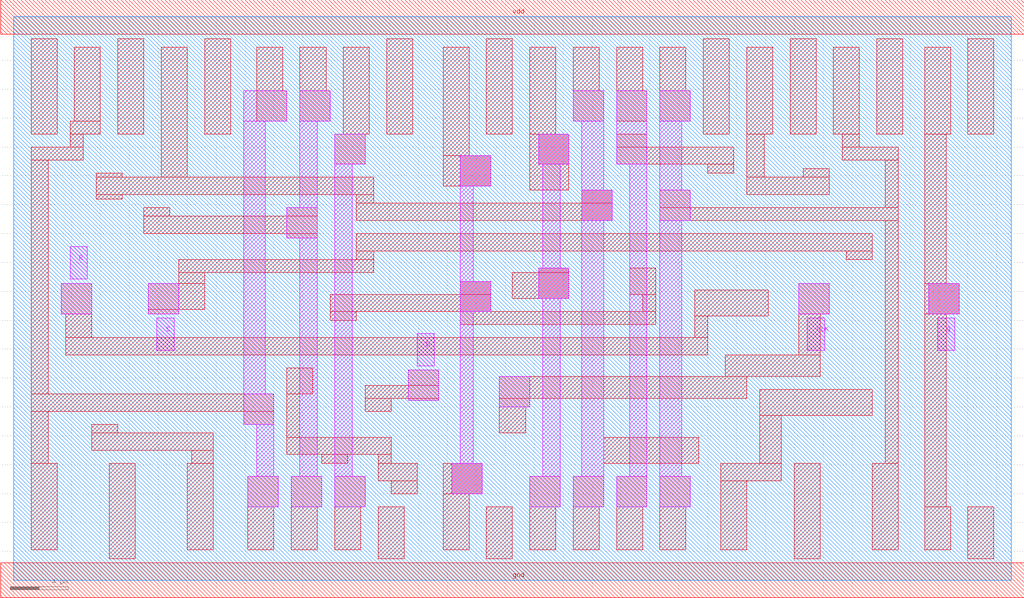
<source format=lef>
#--------------------------------------------------
# LEF file for Route & Via Rile
#  Ported from osu050 by GoodKook@gmail.com
#

VERSION 5.7 ;
  NOWIREEXTENSIONATPIN ON ;
  DIVIDERCHAR "/" ;
  BUSBITCHARS "[]" ;

UNITS
  DATABASE MICRONS 1000 ;
END UNITS

USEMINSPACING OBS ON ;
USEMINSPACING PIN OFF ;
CLEARANCEMEASURE EUCLIDEAN ;

MANUFACTURINGGRID 0.15 ;

LAYER nwell
  TYPE	MASTERSLICE ;
END nwell

LAYER nactive
  TYPE	MASTERSLICE ;
END nactive

LAYER pactive
  TYPE	MASTERSLICE ;
END pactive

LAYER poly
  TYPE	MASTERSLICE ;
END poly

LAYER cc
  TYPE	CUT ;
  SPACING	0.9 ;
END cc

LAYER metal1
  TYPE		ROUTING ;
  DIRECTION	HORIZONTAL ;
  PITCH		3.0 ;
  OFFSET	1.5 ;
  WIDTH	    0.9 ;   # ETRI050 Rule: WIDTH=0.8
  SPACING	1.05 ;  # ETRI050 Rule: SPACING=1.0
  RESISTANCE	RPERSQ 0.09 ;
  CAPACITANCE	CPERSQDIST 3.2e-05 ;
END metal1

LAYER via1
  TYPE	CUT ;
  SPACING	0.9 ;
END via1

LAYER metal2
  TYPE		ROUTING ;
  DIRECTION	VERTICAL ;
  PITCH		3.0 ;
  OFFSET	1.5 ;
  WIDTH		1.05 ;  # ETRI050 Rule: WIDTH=1.0
  SPACING	1.05 ;  # ETRI050 Rule: SPACING=1.0
  RESISTANCE	RPERSQ 0.09 ;
  CAPACITANCE	CPERSQDIST 1.6e-05 ;
END metal2

LAYER via2
  TYPE	CUT ;
  SPACING	0.9 ;
END via2

LAYER metal3
  TYPE		ROUTING ;
  DIRECTION	HORIZONTAL ;
  PITCH		3.0 ;
  OFFSET	1.5 ;
  WIDTH		1.2 ;   # ETRI050 Rule: WIDTH=1.2
  SPACING	1.05 ;  # ETRI050 Rule: SPACING=1.0
  RESISTANCE	RPERSQ 0.05 ;
  CAPACITANCE	CPERSQDIST 1e-05 ;
END metal3

SPACING
  SAMENET cc   via1	0.900 ;
  SAMENET via1 via2	0.900 ;
END SPACING

VIA M2_M1 DEFAULT
  LAYER metal1 ;
    RECT -1.050 -1.050 1.050 1.050 ;
  LAYER via1 ;
    RECT -0.450 -0.450 0.450 0.450 ;
  LAYER metal2 ;
    RECT -1.050 -1.050 1.050 1.050 ;
END M2_M1

VIA M3_M2 DEFAULT
  LAYER metal2 ;
    RECT -1.050 -1.050 1.050 1.050 ;
  LAYER via2 ;
    RECT -0.450 -0.450 0.450 0.450 ;
  LAYER metal3 ;
    RECT -1.050 -1.050 1.050 1.050 ;
END M3_M2


VIARULE viagen21 GENERATE
  LAYER metal1 ;
    DIRECTION HORIZONTAL ;
    WIDTH 2.1 TO 210 ;
    OVERHANG 0.0 ;
    METALOVERHANG 0 ;
  LAYER metal2 ;
    DIRECTION VERTICAL ;
    WIDTH 2.1 TO 210 ;
    OVERHANG 0.0 ;
    METALOVERHANG 0 ;
  LAYER via1 ;
#    RECT -1.05 -1.05 1.05 1.05 ;
    RECT -0.450 -0.450 0.450 0.450 ;
    SPACING 0.9 BY 0.9 ;
END viagen21

VIARULE viagen32 GENERATE
  LAYER metal3 ;
    DIRECTION HORIZONTAL ;
    WIDTH 2.1 TO 210 ;
    OVERHANG 0.0 ;
    METALOVERHANG 0 ;
  LAYER metal2 ;
    DIRECTION VERTICAL ;
    WIDTH 2.1 TO 210 ;
    OVERHANG 0.0 ;
    METALOVERHANG 0 ;
  LAYER via2 ;
#    RECT -1.05 -1.05 1.05 1.05 ;
    RECT -0.450 -0.450 0.450 0.450 ;
    SPACING 0.9 BY 0.9 ;
END viagen32

VIARULE TURN1 GENERATE
  LAYER metal1 ;
    DIRECTION HORIZONTAL ;
  LAYER metal1 ;
    DIRECTION VERTICAL ;
END TURN1

VIARULE TURN2 GENERATE
  LAYER metal2 ;
    DIRECTION HORIZONTAL ;
  LAYER metal2 ;
    DIRECTION VERTICAL ;
END TURN2

VIARULE TURN3 GENERATE
  LAYER metal3 ;
    DIRECTION HORIZONTAL ;
  LAYER metal3 ;
    DIRECTION VERTICAL ;
END TURN3

SITE  corner
    CLASS	PAD ;
    SYMMETRY	R90 Y ;
    SIZE	300.000 BY 300.000 ;
END  corner

SITE  IO
    CLASS	PAD ;
    SYMMETRY	Y ;
    SIZE	90.000 BY 300.000 ;
END  IO

SITE  core
    CLASS	CORE ;
    SYMMETRY	Y ;
    SIZE	3.000 BY 30.000 ;
END  core

# =====================================================================
#  Core MACROS
# =====================================================================
MACRO AND2X1
  CLASS CORE ;
  FOREIGN AND2X1 ;
  ORIGIN 0.000 0.000 ;
  SIZE 12.000 BY 39.000 ;
  SYMMETRY X Y ;
  SITE core ;
  PIN A
    DIRECTION INPUT ;
    USE SIGNAL ;
    PORT
      LAYER metal2 ;
        RECT 0.900 17.850 2.100 20.100 ;
    END
  END A
  PIN B
    DIRECTION INPUT ;
    USE SIGNAL ;
    PORT
      LAYER metal2 ;
        RECT 6.900 12.900 8.100 15.150 ;
    END
  END B
  PIN Y
    DIRECTION OUTPUT ;
    USE SIGNAL ;
    PORT
      LAYER metal2 ;
        RECT 9.900 17.850 11.100 20.100 ;
    END
  END Y
  PIN vdd
    DIRECTION INOUT ;
    USE POWER ;
    SHAPE ABUTMENT ;
    PORT
      LAYER metal1 ;
        RECT -0.900 37.800 12.900 40.200 ;
    END
  END vdd
  PIN gnd
    DIRECTION INOUT ;
    USE GROUND ;
    SHAPE ABUTMENT ;
    PORT
      LAYER metal1 ;
        RECT -0.900 -1.200 12.900 1.200 ;
    END
  END gnd
  OBS
      LAYER metal1 ;
        RECT 0.600 30.900 2.400 37.500 ;
        RECT 3.600 30.900 5.400 36.900 ;
        RECT 6.600 30.900 8.400 37.500 ;
        RECT 9.600 30.900 11.400 36.900 ;
        RECT 0.750 15.450 2.850 17.550 ;
        RECT 0.900 13.650 2.700 15.450 ;
        RECT 3.750 10.800 4.800 30.900 ;
        RECT 5.700 17.550 7.500 19.350 ;
        RECT 9.600 17.550 10.800 30.900 ;
        RECT 6.000 15.450 8.100 17.550 ;
        RECT 9.000 15.450 11.100 17.550 ;
        RECT 0.600 9.600 9.000 10.800 ;
        RECT 0.600 2.100 2.400 9.600 ;
        RECT 7.200 9.000 9.000 9.600 ;
        RECT 5.100 2.100 6.900 8.100 ;
        RECT 9.900 6.000 10.800 15.450 ;
        RECT 8.100 5.100 10.800 6.000 ;
        RECT 8.100 2.100 9.900 5.100 ;
        RECT 5.100 1.500 6.300 2.100 ;
      LAYER metal2 ;
        RECT 0.750 15.450 2.850 17.550 ;
        RECT 6.000 15.450 8.100 17.550 ;
        RECT 9.000 15.450 11.100 17.550 ;
  END
END AND2X1
MACRO AND2X2
  CLASS CORE ;
  FOREIGN AND2X2 ;
  ORIGIN 0.000 0.000 ;
  SIZE 12.000 BY 39.000 ;
  SYMMETRY X Y ;
  SITE core ;
  PIN A
    DIRECTION INPUT ;
    USE SIGNAL ;
    PORT
      LAYER metal2 ;
        RECT 0.900 17.850 2.100 20.100 ;
    END
  END A
  PIN B
    DIRECTION INPUT ;
    USE SIGNAL ;
    PORT
      LAYER metal2 ;
        RECT 6.900 12.900 8.100 15.150 ;
    END
  END B
  PIN Y
    DIRECTION OUTPUT ;
    USE SIGNAL ;
    PORT
      LAYER metal2 ;
        RECT 9.900 17.850 11.100 20.100 ;
    END
  END Y
  PIN vdd
    DIRECTION INOUT ;
    USE POWER ;
    SHAPE ABUTMENT ;
    PORT
      LAYER metal1 ;
        RECT -0.900 37.800 12.900 40.200 ;
    END
  END vdd
  PIN gnd
    DIRECTION INOUT ;
    USE GROUND ;
    SHAPE ABUTMENT ;
    PORT
      LAYER metal1 ;
        RECT -0.900 -1.200 12.900 1.200 ;
    END
  END gnd
  OBS
      LAYER metal1 ;
        RECT 0.600 30.900 2.400 37.500 ;
        RECT 3.600 30.900 5.400 36.900 ;
        RECT 0.600 15.450 2.700 17.550 ;
        RECT 0.750 13.650 2.550 15.450 ;
        RECT 3.600 10.800 4.500 30.900 ;
        RECT 6.600 25.500 8.400 37.500 ;
        RECT 9.600 24.900 11.400 36.900 ;
        RECT 5.700 17.550 7.500 19.350 ;
        RECT 9.900 17.550 10.800 24.900 ;
        RECT 6.000 15.450 8.100 17.550 ;
        RECT 9.300 15.450 11.400 17.550 ;
        RECT 0.600 9.900 9.000 10.800 ;
        RECT 0.600 2.100 2.400 9.900 ;
        RECT 7.200 9.000 9.000 9.900 ;
        RECT 9.900 8.100 10.800 15.450 ;
        RECT 5.100 1.500 6.900 8.100 ;
        RECT 8.100 6.300 10.800 8.100 ;
        RECT 8.100 2.100 9.900 6.300 ;
      LAYER metal2 ;
        RECT 0.600 15.450 2.700 17.550 ;
        RECT 6.000 15.450 8.100 17.550 ;
        RECT 9.300 15.450 11.400 17.550 ;
  END
END AND2X2
MACRO AOI21X1
  CLASS CORE ;
  FOREIGN AOI21X1 ;
  ORIGIN 0.000 0.000 ;
  SIZE 12.000 BY 39.000 ;
  SYMMETRY X Y ;
  SITE core ;
  PIN A
    DIRECTION INPUT ;
    USE SIGNAL ;
    PORT
      LAYER metal2 ;
        RECT 0.900 17.850 2.100 20.100 ;
    END
  END A
  PIN B
    DIRECTION INPUT ;
    USE SIGNAL ;
    PORT
      LAYER metal2 ;
        RECT 3.900 12.900 5.100 15.150 ;
    END
  END B
  PIN C
    DIRECTION INPUT ;
    USE SIGNAL ;
    PORT
      LAYER metal2 ;
        RECT 6.900 17.850 8.100 20.100 ;
    END
  END C
  PIN Y
    DIRECTION OUTPUT ;
    USE SIGNAL ;
    PORT
      LAYER metal2 ;
        RECT 9.900 12.900 11.100 15.150 ;
    END
  END Y
  PIN vdd
    DIRECTION INOUT ;
    USE POWER ;
    SHAPE ABUTMENT ;
    PORT
      LAYER metal1 ;
        RECT -0.900 37.800 12.900 40.200 ;
    END
  END vdd
  PIN gnd
    DIRECTION INOUT ;
    USE GROUND ;
    SHAPE ABUTMENT ;
    PORT
      LAYER metal1 ;
        RECT -0.900 -1.200 12.900 1.200 ;
    END
  END gnd
  OBS
      LAYER metal1 ;
        RECT 0.600 25.800 2.400 36.900 ;
        RECT 3.600 26.700 5.400 37.500 ;
        RECT 6.600 25.800 8.400 36.900 ;
        RECT 0.600 24.900 8.400 25.800 ;
        RECT 9.600 24.900 11.400 36.900 ;
        RECT 3.750 17.550 5.550 19.350 ;
        RECT 10.200 17.550 11.100 24.900 ;
        RECT 0.450 15.450 2.550 17.550 ;
        RECT 3.450 15.450 5.550 17.550 ;
        RECT 6.450 15.450 8.550 17.550 ;
        RECT 9.450 15.450 11.550 17.550 ;
        RECT 0.600 13.650 2.400 15.450 ;
        RECT 6.750 13.650 8.550 15.450 ;
        RECT 10.200 8.100 11.100 15.450 ;
        RECT 1.500 1.500 3.300 8.100 ;
        RECT 6.000 6.900 11.100 8.100 ;
        RECT 6.000 2.100 7.800 6.900 ;
        RECT 9.000 1.500 10.800 5.100 ;
      LAYER metal2 ;
        RECT 0.450 15.450 2.550 17.550 ;
        RECT 3.450 15.450 5.550 17.550 ;
        RECT 6.450 15.450 8.550 17.550 ;
        RECT 9.450 15.450 11.550 17.550 ;
  END
END AOI21X1
MACRO AOI22X1
  CLASS CORE ;
  FOREIGN AOI22X1 ;
  ORIGIN 0.000 0.000 ;
  SIZE 15.000 BY 39.000 ;
  SYMMETRY X Y ;
  SITE core ;
  PIN A
    DIRECTION INPUT ;
    USE SIGNAL ;
    PORT
      LAYER metal2 ;
        RECT 0.900 17.850 2.100 20.100 ;
    END
  END A
  PIN B
    DIRECTION INPUT ;
    USE SIGNAL ;
    PORT
      LAYER metal2 ;
        RECT 3.900 12.900 5.100 15.150 ;
    END
  END B
  PIN C
    DIRECTION INPUT ;
    USE SIGNAL ;
    PORT
      LAYER metal2 ;
        RECT 12.900 17.850 14.100 20.100 ;
    END
  END C
  PIN D
    DIRECTION INPUT ;
    USE SIGNAL ;
    PORT
      LAYER metal2 ;
        RECT 9.900 12.900 11.100 15.150 ;
    END
  END D
  PIN Y
    DIRECTION OUTPUT ;
    USE SIGNAL ;
    PORT
      LAYER metal2 ;
        RECT 6.900 17.850 8.100 20.100 ;
    END
  END Y
  PIN vdd
    DIRECTION INOUT ;
    USE POWER ;
    SHAPE ABUTMENT ;
    PORT
      LAYER metal1 ;
        RECT -0.900 37.800 15.900 40.200 ;
    END
  END vdd
  PIN gnd
    DIRECTION INOUT ;
    USE GROUND ;
    SHAPE ABUTMENT ;
    PORT
      LAYER metal1 ;
        RECT -0.900 -1.200 15.900 1.200 ;
    END
  END gnd
  OBS
      LAYER metal1 ;
        RECT 0.600 26.100 2.400 36.900 ;
        RECT 3.600 27.000 5.400 37.500 ;
        RECT 6.600 36.000 14.400 36.900 ;
        RECT 6.600 26.100 8.400 36.000 ;
        RECT 0.600 25.200 8.400 26.100 ;
        RECT 9.600 24.000 11.400 35.100 ;
        RECT 12.600 24.900 14.400 36.000 ;
        RECT 6.600 23.100 11.400 24.000 ;
        RECT 3.750 17.550 5.550 19.350 ;
        RECT 6.600 17.550 7.500 23.100 ;
        RECT 9.600 17.550 11.400 19.350 ;
        RECT 0.450 15.450 2.550 17.550 ;
        RECT 3.450 15.450 5.550 17.550 ;
        RECT 6.450 15.450 8.550 17.550 ;
        RECT 9.450 15.450 11.550 17.550 ;
        RECT 12.450 15.450 14.550 17.550 ;
        RECT 0.750 13.650 2.550 15.450 ;
        RECT 6.600 8.100 7.800 15.450 ;
        RECT 12.600 13.650 14.400 15.450 ;
        RECT 1.200 1.500 3.000 8.100 ;
        RECT 5.700 2.100 7.500 8.100 ;
        RECT 10.200 1.500 12.000 8.100 ;
      LAYER metal2 ;
        RECT 0.450 15.450 2.550 17.550 ;
        RECT 3.450 15.450 5.550 17.550 ;
        RECT 6.450 15.450 8.550 17.550 ;
        RECT 9.450 15.450 11.550 17.550 ;
        RECT 12.450 15.450 14.550 17.550 ;
  END
END AOI22X1
MACRO BUFX2
  CLASS CORE ;
  FOREIGN BUFX2 ;
  ORIGIN 0.000 0.000 ;
  SIZE 9.000 BY 39.000 ;
  SYMMETRY X Y ;
  SITE core ;
  PIN A
    DIRECTION INPUT ;
    USE SIGNAL ;
    PORT
      LAYER metal2 ;
        RECT 0.900 12.900 2.100 15.150 ;
    END
  END A
  PIN Y
    DIRECTION OUTPUT ;
    USE SIGNAL ;
    PORT
      LAYER metal2 ;
        RECT 6.900 17.850 8.100 20.100 ;
    END
  END Y
  PIN vdd
    DIRECTION INOUT ;
    USE POWER ;
    SHAPE ABUTMENT ;
    PORT
      LAYER metal1 ;
        RECT -0.900 37.800 9.900 40.200 ;
    END
  END vdd
  PIN gnd
    DIRECTION INOUT ;
    USE GROUND ;
    SHAPE ABUTMENT ;
    PORT
      LAYER metal1 ;
        RECT -0.900 -1.200 9.900 1.200 ;
    END
  END gnd
  OBS
      LAYER metal1 ;
        RECT 0.600 30.900 2.400 36.900 ;
        RECT 0.600 24.000 1.800 30.900 ;
        RECT 3.600 26.700 5.400 37.500 ;
        RECT 6.600 24.900 8.400 36.900 ;
        RECT 0.600 23.100 6.300 24.000 ;
        RECT 4.500 22.200 6.300 23.100 ;
        RECT 0.900 17.550 2.700 19.350 ;
        RECT 0.900 15.450 3.000 17.550 ;
        RECT 4.500 10.800 5.400 22.200 ;
        RECT 7.200 17.550 8.400 24.900 ;
        RECT 6.300 15.450 8.400 17.550 ;
        RECT 4.500 9.900 6.300 10.800 ;
        RECT 0.600 9.000 6.300 9.900 ;
        RECT 0.600 5.100 1.800 9.000 ;
        RECT 7.200 8.100 8.400 15.450 ;
        RECT 0.600 2.100 2.400 5.100 ;
        RECT 3.600 1.500 5.400 8.100 ;
        RECT 6.600 2.100 8.400 8.100 ;
      LAYER metal2 ;
        RECT 0.900 15.450 3.000 17.550 ;
        RECT 6.300 15.450 8.400 17.550 ;
  END
END BUFX2
MACRO BUFX4
  CLASS CORE ;
  FOREIGN BUFX4 ;
  ORIGIN 0.000 0.000 ;
  SIZE 12.000 BY 39.000 ;
  SYMMETRY X Y ;
  SITE core ;
  PIN A
    DIRECTION INPUT ;
    USE SIGNAL ;
    PORT
      LAYER metal2 ;
        RECT 0.900 12.900 2.100 15.150 ;
    END
  END A
  PIN Y
    DIRECTION OUTPUT ;
    USE SIGNAL ;
    PORT
      LAYER metal2 ;
        RECT 9.900 17.850 11.100 20.100 ;
    END
  END Y
  PIN vdd
    DIRECTION INOUT ;
    USE POWER ;
    SHAPE ABUTMENT ;
    PORT
      LAYER metal1 ;
        RECT -0.900 37.800 12.900 40.200 ;
    END
  END vdd
  PIN gnd
    DIRECTION INOUT ;
    USE GROUND ;
    SHAPE ABUTMENT ;
    PORT
      LAYER metal1 ;
        RECT -0.900 -1.200 12.900 1.200 ;
    END
  END gnd
  OBS
      LAYER metal1 ;
        RECT 0.600 27.900 2.400 36.900 ;
        RECT 0.600 24.300 1.800 27.900 ;
        RECT 3.600 25.200 5.400 37.500 ;
        RECT 6.600 25.200 8.400 36.900 ;
        RECT 0.600 23.400 5.550 24.300 ;
        RECT 4.650 22.800 5.550 23.400 ;
        RECT 4.650 21.000 6.450 22.800 ;
        RECT 0.900 17.550 2.700 19.350 ;
        RECT 0.750 15.450 2.850 17.550 ;
        RECT 4.650 12.000 5.850 21.000 ;
        RECT 7.350 17.550 8.400 25.200 ;
        RECT 9.600 24.900 11.400 37.500 ;
        RECT 7.350 15.450 11.100 17.550 ;
        RECT 4.650 10.200 6.450 12.000 ;
        RECT 4.650 9.750 5.550 10.200 ;
        RECT 0.600 8.850 5.550 9.750 ;
        RECT 0.600 6.600 1.800 8.850 ;
        RECT 7.350 8.100 8.400 15.450 ;
        RECT 0.600 2.100 2.400 6.600 ;
        RECT 3.600 1.500 5.400 7.950 ;
        RECT 6.600 2.100 8.400 8.100 ;
        RECT 9.600 1.500 11.400 8.100 ;
      LAYER via1 ;
        RECT 9.000 15.450 11.100 17.550 ;
      LAYER metal2 ;
        RECT 0.750 15.450 2.850 17.550 ;
        RECT 9.000 15.450 11.100 17.550 ;
  END
END BUFX4
MACRO CLKBUF1
  CLASS CORE ;
  FOREIGN CLKBUF1 ;
  ORIGIN 0.000 0.000 ;
  SIZE 27.000 BY 39.000 ;
  SYMMETRY X Y ;
  SITE core ;
  PIN A
    DIRECTION INPUT ;
    USE SIGNAL ;
    PORT
      LAYER metal2 ;
        RECT 3.900 17.850 5.100 20.100 ;
    END
  END A
  PIN Y
    DIRECTION OUTPUT ;
    USE SIGNAL ;
    PORT
      LAYER metal2 ;
        RECT 21.900 17.850 23.100 20.100 ;
    END
  END Y
  PIN vdd
    DIRECTION INOUT ;
    USE POWER ;
    SHAPE ABUTMENT ;
    PORT
      LAYER metal1 ;
        RECT -0.900 37.800 27.900 40.200 ;
    END
  END vdd
  PIN gnd
    DIRECTION INOUT ;
    USE GROUND ;
    SHAPE ABUTMENT ;
    PORT
      LAYER metal1 ;
        RECT -0.900 -1.200 27.900 1.200 ;
    END
  END gnd
  OBS
      LAYER metal1 ;
        RECT 0.600 24.900 2.400 37.500 ;
        RECT 3.600 24.000 5.400 36.900 ;
        RECT 6.600 24.900 8.400 37.500 ;
        RECT 9.600 24.000 11.400 36.900 ;
        RECT 12.600 24.900 14.400 37.500 ;
        RECT 15.600 24.000 17.400 36.900 ;
        RECT 18.600 24.900 20.400 37.500 ;
        RECT 21.600 24.000 23.400 36.900 ;
        RECT 24.600 24.900 26.400 37.500 ;
        RECT 3.600 22.800 7.500 24.000 ;
        RECT 9.600 22.800 13.500 24.000 ;
        RECT 15.600 22.800 19.500 24.000 ;
        RECT 21.600 22.800 24.450 24.000 ;
        RECT 3.300 15.450 5.400 17.550 ;
        RECT 3.300 13.650 5.100 15.450 ;
        RECT 6.300 12.300 7.500 22.800 ;
        RECT 8.700 12.300 10.500 12.900 ;
        RECT 6.300 11.100 10.500 12.300 ;
        RECT 12.300 12.300 13.500 22.800 ;
        RECT 14.700 12.300 16.500 12.900 ;
        RECT 12.300 11.100 16.500 12.300 ;
        RECT 18.300 12.300 19.500 22.800 ;
        RECT 23.400 17.550 24.450 22.800 ;
        RECT 21.300 15.450 24.450 17.550 ;
        RECT 20.700 12.300 22.500 12.900 ;
        RECT 18.300 11.100 22.500 12.300 ;
        RECT 6.300 10.200 7.500 11.100 ;
        RECT 12.300 10.200 13.500 11.100 ;
        RECT 18.300 10.200 19.500 11.100 ;
        RECT 23.400 10.200 24.450 15.450 ;
        RECT 3.600 9.000 7.500 10.200 ;
        RECT 9.600 9.000 13.500 10.200 ;
        RECT 15.600 9.000 19.500 10.200 ;
        RECT 21.600 9.000 24.450 10.200 ;
        RECT 0.600 1.500 2.400 8.100 ;
        RECT 3.600 2.100 5.400 9.000 ;
        RECT 6.600 1.500 8.400 8.100 ;
        RECT 9.600 2.100 11.400 9.000 ;
        RECT 12.600 1.500 14.400 8.100 ;
        RECT 15.600 2.100 17.400 9.000 ;
        RECT 18.600 1.500 20.400 8.100 ;
        RECT 21.600 2.100 23.400 9.000 ;
        RECT 24.600 1.500 26.400 8.100 ;
      LAYER metal2 ;
        RECT 3.300 15.450 5.400 17.550 ;
        RECT 21.300 15.450 23.400 17.550 ;
  END
END CLKBUF1
MACRO CLKBUF2
  CLASS CORE ;
  FOREIGN CLKBUF2 ;
  ORIGIN 0.000 0.000 ;
  SIZE 39.000 BY 39.000 ;
  SYMMETRY X Y ;
  SITE core ;
  PIN A
    DIRECTION INPUT ;
    USE SIGNAL ;
    PORT
      LAYER metal2 ;
        RECT 3.900 17.850 5.100 20.100 ;
    END
  END A
  PIN Y
    DIRECTION OUTPUT ;
    USE SIGNAL ;
    PORT
      LAYER metal2 ;
        RECT 33.900 17.850 35.100 20.100 ;
    END
  END Y
  PIN vdd
    DIRECTION INOUT ;
    USE POWER ;
    SHAPE ABUTMENT ;
    PORT
      LAYER metal1 ;
        RECT -0.900 37.800 39.900 40.200 ;
    END
  END vdd
  PIN gnd
    DIRECTION INOUT ;
    USE GROUND ;
    SHAPE ABUTMENT ;
    PORT
      LAYER metal1 ;
        RECT -0.900 -1.200 39.900 1.200 ;
    END
  END gnd
  OBS
      LAYER metal1 ;
        RECT 0.600 24.900 2.400 37.500 ;
        RECT 3.600 24.000 5.400 36.900 ;
        RECT 6.600 24.900 8.400 37.500 ;
        RECT 9.600 24.000 11.400 36.900 ;
        RECT 12.600 24.900 14.400 37.500 ;
        RECT 15.600 24.000 17.400 36.900 ;
        RECT 18.600 24.900 20.400 37.500 ;
        RECT 21.600 24.000 23.400 36.900 ;
        RECT 24.600 24.900 26.400 37.500 ;
        RECT 27.600 24.000 29.400 36.900 ;
        RECT 30.600 24.900 32.400 37.500 ;
        RECT 33.600 24.000 35.400 36.900 ;
        RECT 36.600 24.900 38.400 37.500 ;
        RECT 3.600 22.800 7.650 24.000 ;
        RECT 9.600 22.800 13.500 24.000 ;
        RECT 15.600 22.800 19.500 24.000 ;
        RECT 21.600 22.800 25.800 24.000 ;
        RECT 27.600 22.800 30.900 24.000 ;
        RECT 33.600 22.800 36.900 24.000 ;
        RECT 3.450 15.450 5.550 17.550 ;
        RECT 3.600 13.650 5.400 15.450 ;
        RECT 6.450 12.300 7.650 22.800 ;
        RECT 8.700 12.300 10.500 12.900 ;
        RECT 6.450 11.100 10.500 12.300 ;
        RECT 12.300 12.300 13.500 22.800 ;
        RECT 14.700 12.300 16.500 12.900 ;
        RECT 12.300 11.100 16.500 12.300 ;
        RECT 18.300 12.300 19.500 22.800 ;
        RECT 20.700 12.300 22.500 12.900 ;
        RECT 18.300 11.100 22.500 12.300 ;
        RECT 24.600 12.300 25.800 22.800 ;
        RECT 26.700 12.300 28.500 12.900 ;
        RECT 24.600 11.100 28.500 12.300 ;
        RECT 29.700 12.300 30.900 22.800 ;
        RECT 35.700 17.550 36.900 22.800 ;
        RECT 33.600 15.450 36.900 17.550 ;
        RECT 32.700 12.300 34.500 12.900 ;
        RECT 29.700 11.100 34.500 12.300 ;
        RECT 6.450 10.200 7.650 11.100 ;
        RECT 12.300 10.200 13.500 11.100 ;
        RECT 18.300 10.200 19.500 11.100 ;
        RECT 24.600 10.200 25.800 11.100 ;
        RECT 29.700 10.200 30.900 11.100 ;
        RECT 35.700 10.200 36.900 15.450 ;
        RECT 3.600 9.000 7.650 10.200 ;
        RECT 9.600 9.000 13.500 10.200 ;
        RECT 15.600 9.000 19.500 10.200 ;
        RECT 21.600 9.000 25.800 10.200 ;
        RECT 27.600 9.000 30.900 10.200 ;
        RECT 33.600 9.000 36.900 10.200 ;
        RECT 0.600 1.500 2.400 8.100 ;
        RECT 3.600 2.100 5.400 9.000 ;
        RECT 6.600 1.500 8.400 8.100 ;
        RECT 9.600 2.100 11.400 9.000 ;
        RECT 12.600 1.500 14.400 8.100 ;
        RECT 15.600 2.100 17.400 9.000 ;
        RECT 18.600 1.500 20.400 8.100 ;
        RECT 21.600 2.100 23.400 9.000 ;
        RECT 24.600 1.500 26.400 8.100 ;
        RECT 27.600 2.100 29.400 9.000 ;
        RECT 30.600 1.500 32.400 8.100 ;
        RECT 33.600 2.100 35.400 9.000 ;
        RECT 36.600 1.500 38.400 8.100 ;
      LAYER metal2 ;
        RECT 3.450 15.450 5.550 17.550 ;
        RECT 33.600 15.450 35.700 17.550 ;
  END
END CLKBUF2
MACRO CLKBUF3
  CLASS CORE ;
  FOREIGN CLKBUF3 ;
  ORIGIN 0.000 0.000 ;
  SIZE 51.000 BY 39.000 ;
  SYMMETRY X Y ;
  SITE core ;
  PIN A
    DIRECTION INPUT ;
    USE SIGNAL ;
    PORT
      LAYER metal2 ;
        RECT 3.900 17.850 5.100 20.100 ;
    END
  END A
  PIN Y
    DIRECTION OUTPUT ;
    USE SIGNAL ;
    PORT
      LAYER metal2 ;
        RECT 45.900 17.850 47.100 20.100 ;
    END
  END Y
  PIN vdd
    DIRECTION INOUT ;
    USE POWER ;
    SHAPE ABUTMENT ;
    PORT
      LAYER metal1 ;
        RECT -0.900 37.800 51.900 40.200 ;
    END
  END vdd
  PIN gnd
    DIRECTION INOUT ;
    USE GROUND ;
    SHAPE ABUTMENT ;
    PORT
      LAYER metal1 ;
        RECT -0.900 -1.200 51.900 1.200 ;
    END
  END gnd
  OBS
      LAYER metal1 ;
        RECT 0.600 24.900 2.400 37.500 ;
        RECT 3.600 24.000 5.400 36.900 ;
        RECT 6.600 24.900 8.400 37.500 ;
        RECT 9.600 24.000 11.400 36.900 ;
        RECT 12.600 24.900 14.400 37.500 ;
        RECT 15.600 24.000 17.400 36.900 ;
        RECT 18.600 24.900 20.400 37.500 ;
        RECT 21.600 24.000 23.400 36.900 ;
        RECT 24.600 24.900 26.400 37.500 ;
        RECT 27.600 24.000 29.400 36.900 ;
        RECT 30.600 24.900 32.400 37.500 ;
        RECT 33.600 24.000 35.400 36.900 ;
        RECT 36.600 24.900 38.400 37.500 ;
        RECT 39.600 24.000 41.400 36.900 ;
        RECT 42.600 24.900 44.400 37.500 ;
        RECT 45.600 24.000 47.400 36.900 ;
        RECT 48.600 24.900 50.400 37.500 ;
        RECT 3.600 22.800 7.500 24.000 ;
        RECT 9.600 22.800 13.500 24.000 ;
        RECT 15.600 22.800 19.500 24.000 ;
        RECT 21.600 22.800 25.800 24.000 ;
        RECT 27.600 22.800 30.900 24.000 ;
        RECT 33.600 22.800 37.500 24.000 ;
        RECT 39.600 22.800 42.600 24.000 ;
        RECT 45.600 22.800 48.750 24.000 ;
        RECT 3.450 15.450 5.550 17.550 ;
        RECT 3.600 13.650 5.400 15.450 ;
        RECT 6.450 12.300 7.500 22.800 ;
        RECT 8.700 12.300 10.500 12.900 ;
        RECT 6.450 11.100 10.500 12.300 ;
        RECT 12.300 12.300 13.500 22.800 ;
        RECT 14.700 12.300 16.500 12.900 ;
        RECT 12.300 11.100 16.500 12.300 ;
        RECT 18.300 12.300 19.500 22.800 ;
        RECT 20.700 12.300 22.500 12.900 ;
        RECT 18.300 11.100 22.500 12.300 ;
        RECT 24.600 12.300 25.800 22.800 ;
        RECT 26.700 12.300 28.500 12.900 ;
        RECT 24.600 11.100 28.500 12.300 ;
        RECT 29.700 12.300 30.900 22.800 ;
        RECT 32.700 12.300 34.500 12.900 ;
        RECT 29.700 11.100 34.500 12.300 ;
        RECT 36.300 12.300 37.500 22.800 ;
        RECT 38.700 12.300 40.500 12.900 ;
        RECT 36.300 11.100 40.500 12.300 ;
        RECT 41.400 12.300 42.600 22.800 ;
        RECT 47.550 17.550 48.750 22.800 ;
        RECT 45.450 15.450 48.750 17.550 ;
        RECT 44.700 12.300 46.500 12.900 ;
        RECT 41.400 11.100 46.500 12.300 ;
        RECT 6.450 10.200 7.500 11.100 ;
        RECT 12.300 10.200 13.500 11.100 ;
        RECT 18.300 10.200 19.500 11.100 ;
        RECT 24.600 10.200 25.800 11.100 ;
        RECT 29.700 10.200 30.900 11.100 ;
        RECT 36.300 10.200 37.500 11.100 ;
        RECT 41.400 10.200 42.600 11.100 ;
        RECT 47.550 10.200 48.750 15.450 ;
        RECT 3.600 9.000 7.500 10.200 ;
        RECT 9.600 9.000 13.500 10.200 ;
        RECT 15.600 9.000 19.500 10.200 ;
        RECT 21.600 9.000 25.800 10.200 ;
        RECT 27.600 9.000 30.900 10.200 ;
        RECT 33.600 9.000 37.500 10.200 ;
        RECT 39.600 9.000 42.600 10.200 ;
        RECT 45.600 9.000 48.750 10.200 ;
        RECT 0.600 1.500 2.400 8.100 ;
        RECT 3.600 2.100 5.400 9.000 ;
        RECT 6.600 1.500 8.400 8.100 ;
        RECT 9.600 2.100 11.400 9.000 ;
        RECT 12.600 1.500 14.400 8.100 ;
        RECT 15.600 2.100 17.400 9.000 ;
        RECT 18.600 1.500 20.400 8.100 ;
        RECT 21.600 2.100 23.400 9.000 ;
        RECT 24.600 1.500 26.400 8.100 ;
        RECT 27.600 2.100 29.400 9.000 ;
        RECT 30.600 1.500 32.400 8.100 ;
        RECT 33.600 2.100 35.400 9.000 ;
        RECT 36.600 1.500 38.400 8.100 ;
        RECT 39.600 2.100 41.400 9.000 ;
        RECT 42.600 1.500 44.400 8.100 ;
        RECT 45.600 2.100 47.400 9.000 ;
        RECT 48.600 1.500 50.400 8.100 ;
      LAYER metal2 ;
        RECT 3.450 15.450 5.550 17.550 ;
        RECT 45.450 15.450 47.550 17.550 ;
  END
END CLKBUF3
MACRO DFFNEGX1
  CLASS CORE ;
  FOREIGN DFFNEGX1 ;
  ORIGIN 0.000 0.000 ;
  SIZE 33.000 BY 39.000 ;
  SYMMETRY X Y ;
  SITE core ;
  PIN D
    DIRECTION INPUT ;
    USE SIGNAL ;
    PORT
      LAYER metal2 ;
        RECT 3.900 12.900 5.100 15.150 ;
    END
  END D
  PIN CLK
    DIRECTION INPUT ;
    USE SIGNAL ;
    PORT
      LAYER metal2 ;
        RECT 15.900 14.850 17.100 17.100 ;
    END
  END CLK
  PIN Q
    DIRECTION OUTPUT ;
    USE SIGNAL ;
    PORT
      LAYER metal2 ;
        RECT 27.900 12.900 29.100 15.150 ;
    END
  END Q
  PIN vdd
    DIRECTION INOUT ;
    USE POWER ;
    SHAPE ABUTMENT ;
    PORT
      LAYER metal1 ;
        RECT -0.900 37.800 33.900 40.200 ;
    END
  END vdd
  PIN gnd
    DIRECTION INOUT ;
    USE GROUND ;
    SHAPE ABUTMENT ;
    PORT
      LAYER metal1 ;
        RECT -0.900 -1.200 33.900 1.200 ;
    END
  END gnd
  OBS
      LAYER metal1 ;
        RECT 0.300 24.300 2.100 36.900 ;
        RECT 3.300 25.350 5.100 37.500 ;
        RECT 8.100 32.100 9.900 36.900 ;
        RECT 6.000 30.900 9.900 32.100 ;
        RECT 12.900 30.900 14.700 37.500 ;
        RECT 6.000 28.800 8.100 30.900 ;
        RECT 15.900 30.000 17.700 36.900 ;
        RECT 18.900 30.900 20.700 37.500 ;
        RECT 23.400 30.900 25.200 36.900 ;
        RECT 9.000 27.300 10.800 30.000 ;
        RECT 12.000 28.800 18.600 30.000 ;
        RECT 23.100 28.800 25.200 30.900 ;
        RECT 12.000 28.200 13.800 28.800 ;
        RECT 16.800 28.200 18.600 28.800 ;
        RECT 9.000 25.200 11.100 27.300 ;
        RECT 24.000 27.000 25.800 27.600 ;
        RECT 18.900 25.800 25.800 27.000 ;
        RECT 18.900 25.200 20.700 25.800 ;
        RECT 18.900 24.300 19.800 25.200 ;
        RECT 27.900 24.900 29.700 37.500 ;
        RECT 30.900 24.900 32.700 36.900 ;
        RECT 0.300 23.100 19.800 24.300 ;
        RECT 0.300 8.100 1.200 23.100 ;
        RECT 7.200 22.500 9.000 23.100 ;
        RECT 13.800 21.600 15.600 22.200 ;
        RECT 6.450 20.400 15.600 21.600 ;
        RECT 23.100 21.000 25.200 21.600 ;
        RECT 28.200 21.000 30.000 21.600 ;
        RECT 6.450 19.500 8.550 20.400 ;
        RECT 23.100 19.800 30.000 21.000 ;
        RECT 23.100 19.500 25.200 19.800 ;
        RECT 3.750 17.550 5.550 19.350 ;
        RECT 30.900 17.550 32.100 24.900 ;
        RECT 3.450 15.450 5.550 17.550 ;
        RECT 27.450 17.250 32.100 17.550 ;
        RECT 25.650 15.450 32.100 17.250 ;
        RECT 8.700 11.400 10.800 13.200 ;
        RECT 15.450 11.400 17.550 14.550 ;
        RECT 2.250 10.200 22.500 11.400 ;
        RECT 2.250 9.600 4.050 10.200 ;
        RECT 7.200 8.400 9.000 10.200 ;
        RECT 20.700 9.600 22.500 10.200 ;
        RECT 30.900 8.100 32.100 15.450 ;
        RECT 0.300 2.100 2.100 8.100 ;
        RECT 3.300 1.500 5.100 8.100 ;
        RECT 12.000 7.200 13.800 7.800 ;
        RECT 6.300 5.100 8.400 7.200 ;
        RECT 12.000 6.000 17.100 7.200 ;
        RECT 15.900 5.100 17.100 6.000 ;
        RECT 6.300 4.050 9.900 5.100 ;
        RECT 8.100 2.100 9.900 4.050 ;
        RECT 12.600 1.500 14.400 5.100 ;
        RECT 15.900 2.100 17.700 5.100 ;
        RECT 18.900 1.500 20.700 5.100 ;
        RECT 23.100 4.200 25.200 7.200 ;
        RECT 23.400 2.100 25.200 4.200 ;
        RECT 27.900 1.500 29.700 8.100 ;
        RECT 30.900 2.100 32.700 8.100 ;
      LAYER via1 ;
        RECT 27.450 15.450 29.550 17.550 ;
        RECT 8.700 11.100 10.800 13.200 ;
        RECT 15.450 12.450 17.550 14.550 ;
        RECT 23.100 5.100 25.200 7.200 ;
      LAYER metal2 ;
        RECT 6.000 28.800 8.100 30.900 ;
        RECT 23.100 28.800 25.200 30.900 ;
        RECT 6.450 21.600 7.500 28.800 ;
        RECT 9.000 25.200 11.100 27.300 ;
        RECT 6.450 19.500 8.550 21.600 ;
        RECT 3.450 15.450 5.550 17.550 ;
        RECT 6.450 7.200 7.500 19.500 ;
        RECT 9.450 13.200 10.800 25.200 ;
        RECT 23.100 21.600 24.300 28.800 ;
        RECT 23.100 19.500 25.200 21.600 ;
        RECT 8.700 11.100 10.800 13.200 ;
        RECT 15.450 12.450 17.550 14.550 ;
        RECT 23.100 7.200 24.300 19.500 ;
        RECT 27.450 15.450 29.550 17.550 ;
        RECT 6.300 5.100 8.400 7.200 ;
        RECT 23.100 5.100 25.200 7.200 ;
  END
END DFFNEGX1
MACRO DFFPOSX1
  CLASS CORE ;
  FOREIGN DFFPOSX1 ;
  ORIGIN 0.000 0.000 ;
  SIZE 36.000 BY 39.000 ;
  SYMMETRY X Y ;
  SITE core ;
  PIN D
    DIRECTION INPUT ;
    USE SIGNAL ;
    PORT
      LAYER metal2 ;
        RECT 12.900 17.850 14.100 20.100 ;
    END
  END D
  PIN CLK
    DIRECTION INPUT ;
    USE SIGNAL ;
    PORT
      LAYER metal2 ;
        RECT 3.900 17.850 5.100 20.100 ;
    END
  END CLK
  PIN Q
    DIRECTION OUTPUT ;
    USE SIGNAL ;
    PORT
      LAYER metal2 ;
        RECT 30.900 12.900 32.100 15.150 ;
    END
  END Q
  PIN vdd
    DIRECTION INOUT ;
    USE POWER ;
    SHAPE ABUTMENT ;
    PORT
      LAYER metal1 ;
        RECT -0.900 37.800 36.900 40.200 ;
    END
  END vdd
  PIN gnd
    DIRECTION INOUT ;
    USE GROUND ;
    SHAPE ABUTMENT ;
    PORT
      LAYER metal1 ;
        RECT -0.900 -1.200 36.900 1.200 ;
    END
  END gnd
  OBS
      LAYER metal1 ;
        RECT 1.650 26.700 3.450 36.900 ;
        RECT 1.050 24.900 3.450 26.700 ;
        RECT 4.650 24.900 6.450 37.500 ;
        RECT 10.050 27.900 11.850 36.900 ;
        RECT 14.850 30.900 16.650 37.500 ;
        RECT 17.850 30.000 19.650 36.900 ;
        RECT 20.850 30.900 22.650 37.500 ;
        RECT 25.350 30.900 27.150 36.900 ;
        RECT 13.950 28.950 20.550 30.000 ;
        RECT 13.950 28.200 15.750 28.950 ;
        RECT 18.750 28.200 20.550 28.950 ;
        RECT 25.050 28.800 27.150 30.900 ;
        RECT 9.750 27.000 11.850 27.900 ;
        RECT 22.350 27.300 24.150 27.900 ;
        RECT 9.750 25.800 17.550 27.000 ;
        RECT 15.750 25.200 17.550 25.800 ;
        RECT 18.450 26.400 24.150 27.300 ;
        RECT 1.050 24.000 1.950 24.900 ;
        RECT 18.450 24.300 19.350 26.400 ;
        RECT 22.350 26.100 24.150 26.400 ;
        RECT 25.050 26.100 28.050 27.900 ;
        RECT 25.050 25.200 26.250 26.100 ;
        RECT 10.950 24.000 19.350 24.300 ;
        RECT 1.050 23.400 19.350 24.000 ;
        RECT 21.450 24.300 26.250 25.200 ;
        RECT 30.150 24.900 31.950 37.500 ;
        RECT 33.150 24.900 34.950 36.900 ;
        RECT 1.050 22.800 12.750 23.400 ;
        RECT 1.050 8.100 1.950 22.800 ;
        RECT 10.950 22.500 12.750 22.800 ;
        RECT 3.450 15.450 5.550 17.550 ;
        RECT 12.600 15.900 14.700 17.550 ;
        RECT 3.450 12.900 5.250 15.450 ;
        RECT 6.600 14.700 14.700 15.900 ;
        RECT 6.600 14.100 8.400 14.700 ;
        RECT 9.600 12.900 11.400 13.500 ;
        RECT 3.450 11.700 11.400 12.900 ;
        RECT 21.450 11.700 22.350 24.300 ;
        RECT 25.050 21.600 27.150 22.200 ;
        RECT 31.050 21.600 32.850 22.050 ;
        RECT 25.050 20.400 32.850 21.600 ;
        RECT 25.050 20.100 27.150 20.400 ;
        RECT 31.050 20.250 32.850 20.400 ;
        RECT 33.750 17.550 34.950 24.900 ;
        RECT 30.450 17.250 34.950 17.550 ;
        RECT 28.650 15.450 34.950 17.250 ;
        RECT 10.350 10.500 22.350 11.700 ;
        RECT 10.350 8.700 11.400 10.500 ;
        RECT 20.550 9.900 22.350 10.500 ;
        RECT 1.050 6.300 3.450 8.100 ;
        RECT 1.650 2.100 3.450 6.300 ;
        RECT 4.650 1.500 6.450 8.100 ;
        RECT 7.350 5.700 9.450 7.200 ;
        RECT 10.350 6.900 12.150 8.700 ;
        RECT 33.750 8.100 34.950 15.450 ;
        RECT 13.350 7.050 15.150 7.800 ;
        RECT 13.350 6.000 18.300 7.050 ;
        RECT 7.350 5.100 11.250 5.700 ;
        RECT 17.250 5.100 18.300 6.000 ;
        RECT 24.750 5.100 27.150 7.200 ;
        RECT 7.650 4.200 11.250 5.100 ;
        RECT 9.450 2.100 11.250 4.200 ;
        RECT 13.950 1.500 15.750 5.100 ;
        RECT 17.250 2.100 19.050 5.100 ;
        RECT 20.250 1.500 22.050 5.100 ;
        RECT 24.750 2.100 26.550 5.100 ;
        RECT 29.850 1.500 31.650 8.100 ;
        RECT 33.150 2.100 34.950 8.100 ;
      LAYER via1 ;
        RECT 12.600 15.450 14.700 17.550 ;
        RECT 30.450 15.450 32.550 17.550 ;
        RECT 25.050 5.100 27.150 7.200 ;
      LAYER metal2 ;
        RECT 25.050 28.800 27.150 30.900 ;
        RECT 9.750 27.000 11.850 27.900 ;
        RECT 7.650 25.800 11.850 27.000 ;
        RECT 3.450 15.450 5.550 17.550 ;
        RECT 7.650 7.200 8.850 25.800 ;
        RECT 25.050 22.200 26.250 28.800 ;
        RECT 25.050 20.100 27.150 22.200 ;
        RECT 12.600 15.450 14.700 17.550 ;
        RECT 25.050 7.200 26.250 20.100 ;
        RECT 30.450 15.450 32.550 17.550 ;
        RECT 7.350 5.100 9.450 7.200 ;
        RECT 25.050 5.100 27.150 7.200 ;
  END
END DFFPOSX1
MACRO DFFSR
  CLASS CORE ;
  FOREIGN DFFSR ;
  ORIGIN 0.000 0.000 ;
  SIZE 69.000 BY 39.000 ;
  SYMMETRY X Y ;
  SITE core ;
  PIN D
    DIRECTION INPUT ;
    USE SIGNAL ;
    PORT
      LAYER metal2 ;
        RECT 27.900 14.850 29.100 17.100 ;
    END
  END D
  PIN S
    DIRECTION INPUT ;
    USE SIGNAL ;
    PORT
      LAYER metal2 ;
        RECT 9.900 15.900 11.100 18.150 ;
    END
  END S
  PIN R
    DIRECTION INPUT ;
    USE SIGNAL ;
    PORT
      LAYER metal2 ;
        RECT 3.900 20.850 5.100 23.100 ;
    END
  END R
  PIN CLK
    DIRECTION INPUT ;
    USE SIGNAL ;
    PORT
      LAYER metal2 ;
        RECT 54.900 15.900 56.100 18.150 ;
    END
  END CLK
  PIN Q
    DIRECTION OUTPUT ;
    USE SIGNAL ;
    PORT
      LAYER metal2 ;
        RECT 63.900 15.900 65.100 18.150 ;
    END
  END Q
  PIN vdd
    DIRECTION INOUT ;
    USE POWER ;
    SHAPE ABUTMENT ;
    PORT
      LAYER metal1 ;
        RECT -0.900 37.800 69.900 40.200 ;
    END
  END vdd
  PIN gnd
    DIRECTION INOUT ;
    USE GROUND ;
    SHAPE ABUTMENT ;
    PORT
      LAYER metal1 ;
        RECT -0.900 -1.200 69.900 1.200 ;
    END
  END gnd
  OBS
      LAYER metal1 ;
        RECT 1.200 30.900 3.000 37.500 ;
        RECT 4.200 31.800 6.000 36.900 ;
        RECT 3.900 30.900 6.000 31.800 ;
        RECT 7.200 30.900 9.000 37.500 ;
        RECT 3.900 30.000 4.800 30.900 ;
        RECT 1.200 29.100 4.800 30.000 ;
        RECT 1.200 12.900 2.400 29.100 ;
        RECT 5.700 27.900 7.500 28.200 ;
        RECT 10.200 27.900 12.000 36.900 ;
        RECT 13.200 30.900 15.000 37.500 ;
        RECT 16.800 33.900 18.600 36.900 ;
        RECT 19.800 33.900 21.600 36.900 ;
        RECT 16.800 31.800 18.900 33.900 ;
        RECT 19.800 31.800 21.900 33.900 ;
        RECT 22.800 30.900 24.600 36.900 ;
        RECT 25.800 30.900 27.600 37.500 ;
        RECT 22.200 28.800 24.300 30.900 ;
        RECT 29.700 29.400 31.500 36.900 ;
        RECT 32.700 30.900 34.500 37.500 ;
        RECT 35.700 30.900 37.500 36.900 ;
        RECT 38.700 33.900 40.500 36.900 ;
        RECT 41.700 33.900 43.500 36.900 ;
        RECT 44.700 33.900 46.500 36.900 ;
        RECT 38.700 31.800 40.800 33.900 ;
        RECT 41.700 31.800 43.800 33.900 ;
        RECT 44.700 31.800 46.800 33.900 ;
        RECT 47.700 30.900 49.500 37.500 ;
        RECT 50.700 30.900 52.500 36.900 ;
        RECT 53.700 30.900 55.500 37.500 ;
        RECT 56.700 30.900 58.500 36.900 ;
        RECT 59.700 30.900 61.500 37.500 ;
        RECT 63.000 30.900 64.800 36.900 ;
        RECT 66.000 30.900 67.800 37.500 ;
        RECT 5.700 26.700 24.900 27.900 ;
        RECT 29.700 27.300 33.000 29.400 ;
        RECT 35.700 27.000 38.400 30.900 ;
        RECT 41.700 30.000 43.800 30.900 ;
        RECT 41.700 28.800 49.800 30.000 ;
        RECT 48.000 28.200 49.800 28.800 ;
        RECT 50.700 27.900 51.900 30.900 ;
        RECT 57.300 30.000 58.500 30.900 ;
        RECT 57.300 29.100 61.200 30.000 ;
        RECT 54.600 27.900 56.400 28.500 ;
        RECT 5.700 26.400 7.500 26.700 ;
        RECT 23.700 26.100 24.900 26.700 ;
        RECT 39.300 26.100 41.400 27.000 ;
        RECT 9.000 25.200 10.800 25.800 ;
        RECT 18.900 25.200 21.000 25.800 ;
        RECT 9.000 24.000 21.000 25.200 ;
        RECT 23.700 24.900 41.400 26.100 ;
        RECT 44.700 25.800 46.800 27.000 ;
        RECT 50.700 26.700 56.400 27.900 ;
        RECT 60.300 25.800 61.200 29.100 ;
        RECT 44.700 24.900 61.200 25.800 ;
        RECT 18.900 23.700 21.000 24.000 ;
        RECT 23.700 22.800 59.400 24.000 ;
        RECT 23.700 22.200 24.900 22.800 ;
        RECT 57.600 22.200 59.400 22.800 ;
        RECT 11.400 21.300 24.900 22.200 ;
        RECT 36.300 21.300 38.400 21.600 ;
        RECT 11.400 20.550 13.200 21.300 ;
        RECT 3.300 18.450 5.400 20.550 ;
        RECT 9.300 18.750 13.200 20.550 ;
        RECT 30.900 19.800 33.000 20.700 ;
        RECT 9.300 18.450 11.400 18.750 ;
        RECT 21.900 18.600 33.000 19.800 ;
        RECT 34.500 19.500 38.400 21.300 ;
        RECT 42.600 19.800 44.400 21.600 ;
        RECT 43.500 18.600 44.400 19.800 ;
        RECT 3.600 16.800 5.400 18.450 ;
        RECT 21.900 18.000 23.700 18.600 ;
        RECT 30.900 17.700 44.400 18.600 ;
        RECT 47.100 18.300 52.200 20.100 ;
        RECT 54.300 18.450 56.400 20.550 ;
        RECT 47.100 16.800 48.000 18.300 ;
        RECT 3.600 15.600 48.000 16.800 ;
        RECT 54.300 15.600 55.800 18.450 ;
        RECT 18.900 12.900 20.700 14.700 ;
        RECT 27.300 13.500 29.400 14.550 ;
        RECT 49.200 14.100 55.800 15.600 ;
        RECT 1.200 11.700 18.000 12.900 ;
        RECT 1.200 8.100 2.400 11.700 ;
        RECT 15.900 10.800 18.000 11.700 ;
        RECT 5.400 10.200 7.200 10.800 ;
        RECT 5.400 9.000 13.800 10.200 ;
        RECT 12.300 8.100 13.800 9.000 ;
        RECT 18.900 9.900 19.800 12.900 ;
        RECT 24.300 12.600 29.400 13.500 ;
        RECT 24.300 11.700 26.100 12.600 ;
        RECT 27.300 12.450 29.400 12.600 ;
        RECT 33.600 12.600 50.700 14.100 ;
        RECT 33.600 12.000 35.700 12.600 ;
        RECT 33.600 10.200 35.400 12.000 ;
        RECT 51.600 11.400 59.400 13.200 ;
        RECT 18.900 8.700 26.100 9.900 ;
        RECT 21.300 8.100 23.100 8.700 ;
        RECT 25.200 8.100 26.100 8.700 ;
        RECT 40.800 8.100 47.400 9.900 ;
        RECT 51.600 8.100 53.100 11.400 ;
        RECT 60.300 8.100 61.200 24.900 ;
        RECT 1.200 2.100 3.000 8.100 ;
        RECT 6.600 1.500 8.400 8.100 ;
        RECT 12.000 2.100 13.800 8.100 ;
        RECT 16.200 5.100 18.300 7.200 ;
        RECT 19.200 5.100 21.300 7.200 ;
        RECT 22.200 5.100 24.300 7.200 ;
        RECT 25.200 6.900 27.900 8.100 ;
        RECT 26.100 6.000 27.900 6.900 ;
        RECT 29.700 6.000 32.400 8.100 ;
        RECT 16.200 2.100 18.000 5.100 ;
        RECT 19.200 2.100 21.000 5.100 ;
        RECT 22.200 2.100 24.000 5.100 ;
        RECT 25.200 1.500 27.000 5.100 ;
        RECT 29.700 2.100 31.500 6.000 ;
        RECT 35.700 5.100 37.800 7.200 ;
        RECT 38.700 5.100 40.800 7.200 ;
        RECT 41.700 5.100 43.800 7.200 ;
        RECT 44.700 5.100 46.800 7.200 ;
        RECT 48.900 6.900 53.100 8.100 ;
        RECT 32.700 1.500 34.500 5.100 ;
        RECT 35.700 2.100 37.500 5.100 ;
        RECT 38.700 2.100 40.500 5.100 ;
        RECT 41.700 2.100 43.500 5.100 ;
        RECT 44.700 2.100 46.500 5.100 ;
        RECT 48.900 2.100 50.700 6.900 ;
        RECT 54.000 1.500 55.800 8.100 ;
        RECT 59.400 2.100 61.200 8.100 ;
        RECT 63.000 20.550 64.500 30.900 ;
        RECT 63.000 18.450 65.400 20.550 ;
        RECT 63.000 5.100 64.500 18.450 ;
        RECT 63.000 2.100 64.800 5.100 ;
        RECT 66.000 1.500 67.800 5.100 ;
      LAYER via1 ;
        RECT 30.900 27.300 33.000 29.400 ;
        RECT 36.300 28.800 38.400 30.900 ;
        RECT 39.300 24.900 41.400 27.000 ;
        RECT 30.900 18.600 33.000 20.700 ;
        RECT 36.300 19.500 38.400 21.600 ;
        RECT 30.300 6.000 32.400 8.100 ;
        RECT 63.300 18.450 65.400 20.550 ;
      LAYER metal2 ;
        RECT 15.900 31.800 18.900 33.900 ;
        RECT 19.800 31.800 21.900 33.900 ;
        RECT 38.700 31.800 40.800 33.900 ;
        RECT 3.300 18.450 5.400 20.550 ;
        RECT 9.300 18.450 11.400 20.550 ;
        RECT 15.900 12.900 17.400 31.800 ;
        RECT 19.800 25.800 21.000 31.800 ;
        RECT 18.900 23.700 21.000 25.800 ;
        RECT 15.900 10.800 18.000 12.900 ;
        RECT 16.800 7.200 18.000 10.800 ;
        RECT 19.800 7.200 21.000 23.700 ;
        RECT 22.200 28.800 24.300 30.900 ;
        RECT 22.200 7.200 23.400 28.800 ;
        RECT 30.900 27.300 33.000 29.400 ;
        RECT 36.300 28.800 38.400 30.900 ;
        RECT 30.900 20.700 31.800 27.300 ;
        RECT 36.600 21.600 37.800 28.800 ;
        RECT 39.300 27.000 40.800 31.800 ;
        RECT 41.700 28.800 43.800 33.900 ;
        RECT 39.300 24.900 41.400 27.000 ;
        RECT 30.900 18.600 33.000 20.700 ;
        RECT 36.300 19.500 38.400 21.600 ;
        RECT 27.300 12.450 29.400 14.550 ;
        RECT 30.900 8.100 31.800 18.600 ;
        RECT 33.600 12.000 35.700 14.100 ;
        RECT 16.200 5.100 18.300 7.200 ;
        RECT 19.200 5.100 21.300 7.200 ;
        RECT 22.200 5.100 24.300 7.200 ;
        RECT 30.300 6.000 32.400 8.100 ;
        RECT 36.600 7.200 37.800 19.500 ;
        RECT 39.300 7.200 40.800 24.900 ;
        RECT 42.600 7.200 43.800 28.800 ;
        RECT 35.700 5.100 37.800 7.200 ;
        RECT 38.700 5.100 40.800 7.200 ;
        RECT 41.700 5.100 43.800 7.200 ;
        RECT 44.700 31.800 46.800 33.900 ;
        RECT 44.700 27.000 46.200 31.800 ;
        RECT 44.700 24.900 46.800 27.000 ;
        RECT 44.700 7.200 46.200 24.900 ;
        RECT 54.300 18.450 56.400 20.550 ;
        RECT 63.300 18.450 65.400 20.550 ;
        RECT 44.700 5.100 46.800 7.200 ;
  END
END DFFSR
MACRO FAX1
  CLASS CORE ;
  FOREIGN FAX1 ;
  ORIGIN 0.000 0.000 ;
  SIZE 45.000 BY 39.000 ;
  SYMMETRY X Y ;
  SITE core ;
  PIN A
    DIRECTION INPUT ;
    USE SIGNAL ;
    PORT
      LAYER metal2 ;
        RECT 3.900 12.900 5.100 15.150 ;
    END
  END A
  PIN B
    DIRECTION INPUT ;
    USE SIGNAL ;
    PORT
      LAYER metal2 ;
        RECT 30.900 12.900 32.100 15.150 ;
    END
  END B
  PIN C
    DIRECTION INPUT ;
    USE SIGNAL ;
    PORT
      LAYER metal2 ;
        RECT 6.900 17.850 8.100 20.100 ;
    END
  END C
  PIN YS
    DIRECTION OUTPUT ;
    USE SIGNAL ;
    PORT
      LAYER metal2 ;
        RECT 36.900 12.900 38.100 15.150 ;
    END
  END YS
  PIN YC
    DIRECTION OUTPUT ;
    USE SIGNAL ;
    PORT
      LAYER metal2 ;
        RECT 39.900 17.850 41.100 20.100 ;
    END
  END YC
  PIN vdd
    DIRECTION INOUT ;
    USE POWER ;
    SHAPE ABUTMENT ;
    PORT
      LAYER metal1 ;
        RECT -0.900 37.800 45.900 40.200 ;
    END
  END vdd
  PIN gnd
    DIRECTION INOUT ;
    USE GROUND ;
    SHAPE ABUTMENT ;
    PORT
      LAYER metal1 ;
        RECT -0.900 -1.200 45.900 1.200 ;
    END
  END gnd
  OBS
      LAYER metal1 ;
        RECT 1.200 25.800 3.000 36.900 ;
        RECT 4.200 26.700 6.000 37.500 ;
        RECT 7.200 25.800 9.000 36.900 ;
        RECT 1.200 24.900 9.000 25.800 ;
        RECT 10.200 26.100 12.000 36.900 ;
        RECT 10.200 24.750 12.900 26.100 ;
        RECT 14.700 24.900 16.500 37.500 ;
        RECT 17.700 27.000 19.500 36.900 ;
        RECT 20.700 27.900 22.500 37.500 ;
        RECT 23.700 27.000 25.500 36.900 ;
        RECT 17.700 26.400 25.500 27.000 ;
        RECT 17.700 26.100 24.900 26.400 ;
        RECT 17.700 24.900 19.500 26.100 ;
        RECT 10.800 24.000 12.900 24.750 ;
        RECT 21.900 24.000 24.000 24.300 ;
        RECT 26.700 24.000 28.650 36.900 ;
        RECT 21.900 22.200 25.800 24.000 ;
        RECT 26.700 22.800 28.800 24.000 ;
        RECT 26.700 21.900 32.100 22.800 ;
        RECT 33.000 22.500 34.800 37.500 ;
        RECT 36.000 32.250 37.800 36.900 ;
        RECT 35.700 30.900 37.800 32.250 ;
        RECT 39.000 30.900 40.800 37.500 ;
        RECT 42.000 30.900 43.800 36.900 ;
        RECT 35.700 23.400 36.600 30.900 ;
        RECT 37.500 26.400 39.600 26.550 ;
        RECT 37.500 24.600 41.100 26.400 ;
        RECT 37.500 24.450 39.600 24.600 ;
        RECT 35.700 22.500 38.550 23.400 ;
        RECT 31.200 21.150 32.100 21.900 ;
        RECT 31.200 20.250 36.600 21.150 ;
        RECT 34.800 19.350 36.600 20.250 ;
        RECT 3.300 17.550 5.100 19.350 ;
        RECT 20.100 17.700 21.900 18.300 ;
        RECT 26.100 17.700 27.900 18.450 ;
        RECT 20.100 17.550 27.900 17.700 ;
        RECT 37.650 17.550 38.550 22.500 ;
        RECT 42.000 17.550 43.200 30.900 ;
        RECT 3.300 15.450 5.400 17.550 ;
        RECT 6.900 16.500 27.900 17.550 ;
        RECT 6.900 15.750 10.800 16.500 ;
        RECT 6.900 15.450 9.000 15.750 ;
        RECT 29.100 15.450 33.000 17.550 ;
        RECT 36.450 15.450 38.550 17.550 ;
        RECT 39.900 15.450 43.200 17.550 ;
        RECT 3.900 10.800 5.400 15.450 ;
        RECT 29.100 13.650 30.900 15.450 ;
        RECT 6.300 12.750 8.100 13.650 ;
        RECT 11.700 12.750 30.900 13.650 ;
        RECT 6.300 12.600 30.900 12.750 ;
        RECT 6.300 11.700 13.500 12.600 ;
        RECT 17.700 11.700 19.500 12.600 ;
        RECT 14.700 10.800 16.500 11.400 ;
        RECT 32.400 10.800 34.200 11.550 ;
        RECT 3.900 9.900 34.200 10.800 ;
        RECT 14.700 9.600 16.500 9.900 ;
        RECT 32.400 9.600 34.200 9.900 ;
        RECT 1.200 7.200 9.000 8.100 ;
        RECT 1.200 2.100 3.000 7.200 ;
        RECT 4.200 1.500 6.000 6.300 ;
        RECT 7.200 2.100 9.000 7.200 ;
        RECT 10.200 6.900 12.300 9.000 ;
        RECT 10.200 2.100 12.000 6.900 ;
        RECT 14.700 1.500 16.500 7.500 ;
        RECT 17.700 6.900 25.500 7.800 ;
        RECT 17.700 2.100 19.500 6.900 ;
        RECT 20.700 1.500 22.500 6.000 ;
        RECT 23.700 2.100 25.500 6.900 ;
        RECT 26.700 6.600 28.800 8.700 ;
        RECT 26.700 2.100 28.650 6.600 ;
        RECT 33.000 2.100 34.800 7.800 ;
        RECT 37.650 7.200 38.550 15.450 ;
        RECT 36.300 6.000 38.550 7.200 ;
        RECT 36.300 5.100 37.200 6.000 ;
        RECT 42.000 5.100 43.200 15.450 ;
        RECT 36.000 2.100 37.800 5.100 ;
        RECT 33.000 1.500 34.200 2.100 ;
        RECT 39.000 1.500 40.800 5.100 ;
        RECT 42.000 2.100 43.800 5.100 ;
      LAYER via1 ;
        RECT 30.900 15.450 33.000 17.550 ;
      LAYER metal2 ;
        RECT 10.800 25.800 12.900 26.100 ;
        RECT 37.500 25.800 39.600 26.550 ;
        RECT 10.800 24.900 39.600 25.800 ;
        RECT 10.800 24.000 12.900 24.900 ;
        RECT 3.300 15.450 5.400 17.550 ;
        RECT 6.900 15.450 9.000 17.550 ;
        RECT 11.250 9.000 12.150 24.000 ;
        RECT 21.900 22.200 24.000 24.900 ;
        RECT 37.500 24.450 39.600 24.900 ;
        RECT 26.700 21.900 28.800 24.000 ;
        RECT 10.200 6.900 12.300 9.000 ;
        RECT 27.300 8.700 28.200 21.900 ;
        RECT 30.900 15.450 33.000 17.550 ;
        RECT 36.450 15.450 38.550 17.550 ;
        RECT 39.900 15.450 42.000 17.550 ;
        RECT 26.700 6.600 28.800 8.700 ;
  END
END FAX1
MACRO FILL
  CLASS CORE ;
  FOREIGN FILL ;
  ORIGIN 0.000 0.000 ;
  SIZE 3.000 BY 39.000 ;
  SYMMETRY X Y ;
  SITE core ;
  PIN vdd
    DIRECTION INOUT ;
    USE POWER ;
    SHAPE ABUTMENT ;
    PORT
      LAYER metal1 ;
        RECT -0.900 37.800 3.900 40.200 ;
    END
  END vdd
  PIN gnd
    DIRECTION INOUT ;
    USE GROUND ;
    SHAPE ABUTMENT ;
    PORT
      LAYER metal1 ;
        RECT -0.900 -1.200 3.900 1.200 ;
    END
  END gnd
END FILL
MACRO HAX1
  CLASS CORE ;
  FOREIGN HAX1 ;
  ORIGIN 0.000 0.000 ;
  SIZE 30.000 BY 39.000 ;
  SYMMETRY X Y ;
  SITE core ;
  PIN A
    DIRECTION INPUT ;
    USE SIGNAL ;
    PORT
      LAYER metal2 ;
        RECT 0.900 12.900 2.100 15.150 ;
    END
  END A
  PIN B
    DIRECTION INPUT ;
    USE SIGNAL ;
    PORT
      LAYER metal2 ;
        RECT 15.900 17.850 17.100 20.100 ;
    END
  END B
  PIN YS
    DIRECTION OUTPUT ;
    USE SIGNAL ;
    PORT
      LAYER metal2 ;
        RECT 21.900 12.900 23.100 15.150 ;
    END
  END YS
  PIN YC
    DIRECTION OUTPUT ;
    USE SIGNAL ;
    PORT
      LAYER metal2 ;
        RECT 9.900 17.850 11.100 20.100 ;
    END
  END YC
  PIN vdd
    DIRECTION INOUT ;
    USE POWER ;
    SHAPE ABUTMENT ;
    PORT
      LAYER metal1 ;
        RECT -0.900 37.800 30.900 40.200 ;
    END
  END vdd
  PIN gnd
    DIRECTION INOUT ;
    USE GROUND ;
    SHAPE ABUTMENT ;
    PORT
      LAYER metal1 ;
        RECT -0.900 -1.200 30.900 1.200 ;
    END
  END gnd
  OBS
      LAYER metal1 ;
        RECT 1.350 30.900 3.150 36.900 ;
        RECT 4.350 31.500 6.150 37.500 ;
        RECT 1.650 30.600 3.150 30.900 ;
        RECT 7.350 30.900 9.150 36.900 ;
        RECT 10.350 30.900 12.150 36.900 ;
        RECT 13.350 30.900 15.150 37.500 ;
        RECT 7.350 30.600 8.550 30.900 ;
        RECT 1.650 29.700 8.550 30.600 ;
        RECT 7.050 17.850 7.950 29.700 ;
        RECT 0.750 17.400 2.850 17.550 ;
        RECT 0.750 15.450 4.650 17.400 ;
        RECT 6.900 15.750 9.000 17.850 ;
        RECT 10.350 17.550 11.550 30.900 ;
        RECT 16.350 24.900 18.150 36.900 ;
        RECT 20.850 24.900 22.650 37.500 ;
        RECT 23.850 30.900 25.650 37.500 ;
        RECT 26.850 30.900 28.650 36.900 ;
        RECT 27.150 30.000 28.050 30.900 ;
        RECT 25.650 29.100 28.050 30.000 ;
        RECT 16.650 22.950 17.550 24.900 ;
        RECT 16.650 22.050 19.950 22.950 ;
        RECT 9.900 15.450 12.000 17.550 ;
        RECT 15.450 15.450 17.550 17.550 ;
        RECT 2.850 12.150 4.200 15.450 ;
        RECT 6.300 14.550 8.100 14.850 ;
        RECT 15.750 14.550 17.550 15.450 ;
        RECT 6.300 13.650 17.550 14.550 ;
        RECT 18.600 14.250 19.950 22.050 ;
        RECT 25.650 17.550 26.550 29.100 ;
        RECT 21.600 15.450 26.550 17.550 ;
        RECT 6.300 13.050 8.100 13.650 ;
        RECT 18.600 13.350 23.550 14.250 ;
        RECT 19.350 12.150 21.150 12.450 ;
        RECT 2.850 11.100 21.150 12.150 ;
        RECT 19.350 10.650 21.150 11.100 ;
        RECT 22.650 10.650 23.550 13.350 ;
        RECT 5.850 9.900 7.950 10.200 ;
        RECT 5.850 8.100 11.550 9.900 ;
        RECT 22.350 9.750 24.150 10.650 ;
        RECT 17.850 8.850 24.150 9.750 ;
        RECT 1.350 1.500 3.150 8.100 ;
        RECT 5.850 2.100 7.650 8.100 ;
        RECT 8.850 4.950 10.950 7.200 ;
        RECT 8.850 2.100 10.650 4.950 ;
        RECT 11.850 1.500 13.650 7.200 ;
        RECT 14.850 3.000 16.650 8.100 ;
        RECT 17.850 3.900 19.650 8.850 ;
        RECT 20.850 3.000 22.650 7.500 ;
        RECT 25.650 7.200 26.550 15.450 ;
        RECT 25.650 6.300 28.050 7.200 ;
        RECT 27.150 5.100 28.050 6.300 ;
        RECT 14.850 2.100 22.650 3.000 ;
        RECT 23.850 1.500 25.650 5.100 ;
        RECT 26.850 2.100 28.650 5.100 ;
      LAYER via1 ;
        RECT 15.450 15.450 17.550 17.550 ;
        RECT 8.850 5.100 10.950 7.200 ;
      LAYER metal2 ;
        RECT 0.750 15.450 2.850 17.550 ;
        RECT 6.900 15.750 9.000 17.850 ;
        RECT 6.900 10.200 7.950 15.750 ;
        RECT 9.900 15.450 12.000 17.550 ;
        RECT 15.450 15.450 17.550 17.550 ;
        RECT 21.600 15.450 23.700 17.550 ;
        RECT 5.850 8.100 7.950 10.200 ;
        RECT 10.350 7.200 11.550 15.450 ;
        RECT 8.850 5.100 11.550 7.200 ;
  END
END HAX1
MACRO INVX1
  CLASS CORE ;
  FOREIGN INVX1 ;
  ORIGIN 0.000 0.000 ;
  SIZE 6.000 BY 39.000 ;
  SYMMETRY X Y ;
  SITE core ;
  PIN A
    DIRECTION INPUT ;
    USE SIGNAL ;
    PORT
      LAYER metal2 ;
        RECT 0.900 12.900 2.100 15.150 ;
    END
  END A
  PIN Y
    DIRECTION OUTPUT ;
    USE SIGNAL ;
    PORT
      LAYER metal2 ;
        RECT 3.900 17.850 5.100 20.100 ;
    END
  END Y
  PIN vdd
    DIRECTION INOUT ;
    USE POWER ;
    SHAPE ABUTMENT ;
    PORT
      LAYER metal1 ;
        RECT -0.900 37.800 6.900 40.200 ;
    END
  END vdd
  PIN gnd
    DIRECTION INOUT ;
    USE GROUND ;
    SHAPE ABUTMENT ;
    PORT
      LAYER metal1 ;
        RECT -0.900 -1.200 6.900 1.200 ;
    END
  END gnd
  OBS
      LAYER metal1 ;
        RECT 0.600 30.900 2.400 37.500 ;
        RECT 3.600 30.900 5.400 36.900 ;
        RECT 0.600 17.550 2.400 19.350 ;
        RECT 3.600 17.550 4.800 30.900 ;
        RECT 0.450 15.450 2.550 17.550 ;
        RECT 3.450 15.450 5.550 17.550 ;
        RECT 3.600 5.100 4.800 15.450 ;
        RECT 0.600 1.500 2.400 5.100 ;
        RECT 3.600 2.100 5.400 5.100 ;
      LAYER metal2 ;
        RECT 0.450 15.450 2.550 17.550 ;
        RECT 3.450 15.450 5.550 17.550 ;
  END
END INVX1
MACRO INVX2
  CLASS CORE ;
  FOREIGN INVX2 ;
  ORIGIN 0.000 0.000 ;
  SIZE 6.000 BY 39.000 ;
  SYMMETRY X Y ;
  SITE core ;
  PIN A
    DIRECTION INPUT ;
    USE SIGNAL ;
    PORT
      LAYER metal2 ;
        RECT 0.900 17.850 2.100 20.100 ;
    END
  END A
  PIN Y
    DIRECTION OUTPUT ;
    USE SIGNAL ;
    PORT
      LAYER metal2 ;
        RECT 3.900 12.900 5.100 15.150 ;
    END
  END Y
  PIN vdd
    DIRECTION INOUT ;
    USE POWER ;
    SHAPE ABUTMENT ;
    PORT
      LAYER metal1 ;
        RECT -0.900 37.800 6.900 40.200 ;
    END
  END vdd
  PIN gnd
    DIRECTION INOUT ;
    USE GROUND ;
    SHAPE ABUTMENT ;
    PORT
      LAYER metal1 ;
        RECT -0.900 -1.200 6.900 1.200 ;
    END
  END gnd
  OBS
      LAYER metal1 ;
        RECT 0.600 24.900 2.400 37.500 ;
        RECT 3.600 24.900 5.400 36.900 ;
        RECT 3.600 17.550 4.800 24.900 ;
        RECT 0.450 15.450 2.550 17.550 ;
        RECT 3.450 15.450 5.550 17.550 ;
        RECT 0.600 13.650 2.400 15.450 ;
        RECT 3.600 8.100 4.800 15.450 ;
        RECT 0.600 1.500 2.400 8.100 ;
        RECT 3.600 2.100 5.400 8.100 ;
      LAYER metal2 ;
        RECT 0.450 15.450 2.550 17.550 ;
        RECT 3.450 15.450 5.550 17.550 ;
  END
END INVX2
MACRO INVX4
  CLASS CORE ;
  FOREIGN INVX4 ;
  ORIGIN 0.000 0.000 ;
  SIZE 9.000 BY 39.000 ;
  SYMMETRY X Y ;
  SITE core ;
  PIN A
    DIRECTION INPUT ;
    USE SIGNAL ;
    PORT
      LAYER metal2 ;
        RECT 0.900 17.850 2.100 20.100 ;
    END
  END A
  PIN Y
    DIRECTION OUTPUT ;
    USE SIGNAL ;
    PORT
      LAYER metal2 ;
        RECT 6.900 12.900 8.100 15.150 ;
    END
  END Y
  PIN vdd
    DIRECTION INOUT ;
    USE POWER ;
    SHAPE ABUTMENT ;
    PORT
      LAYER metal1 ;
        RECT -0.900 37.800 9.900 40.200 ;
    END
  END vdd
  PIN gnd
    DIRECTION INOUT ;
    USE GROUND ;
    SHAPE ABUTMENT ;
    PORT
      LAYER metal1 ;
        RECT -0.900 -1.200 9.900 1.200 ;
    END
  END gnd
  OBS
      LAYER metal1 ;
        RECT 0.600 24.900 2.400 37.500 ;
        RECT 3.600 24.900 5.400 36.900 ;
        RECT 6.600 24.900 8.400 37.500 ;
        RECT 3.900 17.550 4.950 24.900 ;
        RECT 0.900 15.450 3.000 17.550 ;
        RECT 3.900 15.450 8.100 17.550 ;
        RECT 0.900 13.650 2.700 15.450 ;
        RECT 3.900 8.100 4.950 15.450 ;
        RECT 0.600 1.500 2.400 8.100 ;
        RECT 3.600 2.100 5.400 8.100 ;
        RECT 6.600 1.500 8.400 8.100 ;
      LAYER via1 ;
        RECT 6.000 15.450 8.100 17.550 ;
      LAYER metal2 ;
        RECT 0.900 15.450 3.000 17.550 ;
        RECT 6.000 15.450 8.100 17.550 ;
  END
END INVX4
MACRO INVX8
  CLASS CORE ;
  FOREIGN INVX8 ;
  ORIGIN 0.000 0.000 ;
  SIZE 15.000 BY 39.000 ;
  SYMMETRY X Y ;
  SITE core ;
  PIN A
    DIRECTION INPUT ;
    USE SIGNAL ;
    PORT
      LAYER metal2 ;
        RECT 3.900 12.900 5.100 15.150 ;
    END
  END A
  PIN Y
    DIRECTION OUTPUT ;
    USE SIGNAL ;
    PORT
      LAYER metal2 ;
        RECT 9.900 17.850 11.100 20.100 ;
    END
  END Y
  PIN vdd
    DIRECTION INOUT ;
    USE POWER ;
    SHAPE ABUTMENT ;
    PORT
      LAYER metal1 ;
        RECT -0.900 37.800 15.900 40.200 ;
    END
  END vdd
  PIN gnd
    DIRECTION INOUT ;
    USE GROUND ;
    SHAPE ABUTMENT ;
    PORT
      LAYER metal1 ;
        RECT -0.900 -1.200 15.900 1.200 ;
    END
  END gnd
  OBS
      LAYER metal1 ;
        RECT 0.600 24.900 2.400 37.500 ;
        RECT 3.600 24.000 5.400 36.900 ;
        RECT 6.600 24.900 8.400 37.500 ;
        RECT 9.600 24.900 11.400 36.900 ;
        RECT 12.600 24.900 14.400 37.500 ;
        RECT 9.600 24.000 10.800 24.900 ;
        RECT 3.600 23.100 10.800 24.000 ;
        RECT 3.600 17.550 5.400 19.350 ;
        RECT 9.600 17.550 10.800 23.100 ;
        RECT 3.600 15.450 5.700 17.550 ;
        RECT 9.600 15.450 11.700 17.550 ;
        RECT 9.600 10.200 10.800 15.450 ;
        RECT 3.600 9.000 10.800 10.200 ;
        RECT 3.600 8.100 4.800 9.000 ;
        RECT 9.600 8.100 10.800 9.000 ;
        RECT 0.600 1.500 2.400 8.100 ;
        RECT 3.600 2.100 5.400 8.100 ;
        RECT 6.600 1.500 8.400 8.100 ;
        RECT 9.600 2.100 11.400 8.100 ;
        RECT 12.600 1.500 14.400 8.100 ;
      LAYER metal2 ;
        RECT 3.600 15.450 5.700 17.550 ;
        RECT 9.600 15.450 11.700 17.550 ;
  END
END INVX8
MACRO LATCH
  CLASS CORE ;
  FOREIGN LATCH ;
  ORIGIN 0.000 0.000 ;
  SIZE 21.000 BY 39.000 ;
  SYMMETRY X Y ;
  SITE core ;
  PIN D
    DIRECTION INPUT ;
    USE SIGNAL ;
    PORT
      LAYER metal2 ;
        RECT 12.900 21.150 14.100 23.100 ;
    END
  END D
  PIN CLK
    DIRECTION INPUT ;
    USE SIGNAL ;
    PORT
      LAYER metal2 ;
        RECT 3.900 14.850 5.100 17.100 ;
    END
  END CLK
  PIN Q
    DIRECTION OUTPUT ;
    USE SIGNAL ;
    PORT
      LAYER metal2 ;
        RECT 15.900 12.900 17.100 15.150 ;
    END
  END Q
  PIN vdd
    DIRECTION INOUT ;
    USE POWER ;
    SHAPE ABUTMENT ;
    PORT
      LAYER metal1 ;
        RECT -0.900 37.800 21.900 40.200 ;
    END
  END vdd
  PIN gnd
    DIRECTION INOUT ;
    USE GROUND ;
    SHAPE ABUTMENT ;
    PORT
      LAYER metal1 ;
        RECT -0.900 -1.200 21.900 1.200 ;
    END
  END gnd
  OBS
      LAYER metal1 ;
        RECT 1.200 24.900 3.000 36.900 ;
        RECT 4.200 24.900 6.000 37.500 ;
        RECT 9.300 30.900 11.250 36.900 ;
        RECT 9.600 28.800 11.700 30.900 ;
        RECT 15.000 24.900 16.800 37.500 ;
        RECT 18.000 24.900 19.800 36.900 ;
        RECT 1.200 21.300 2.400 24.900 ;
        RECT 9.600 24.000 11.700 24.900 ;
        RECT 9.600 22.800 17.400 24.000 ;
        RECT 15.600 22.200 17.400 22.800 ;
        RECT 1.200 20.400 9.900 21.300 ;
        RECT 1.200 8.100 2.400 20.400 ;
        RECT 8.100 19.500 9.900 20.400 ;
        RECT 5.100 18.450 6.900 19.350 ;
        RECT 11.700 18.750 14.550 20.850 ;
        RECT 11.700 18.450 12.900 18.750 ;
        RECT 5.100 17.550 12.900 18.450 ;
        RECT 15.600 17.400 17.700 17.550 ;
        RECT 18.600 17.400 19.800 24.900 ;
        RECT 15.600 17.250 19.800 17.400 ;
        RECT 13.800 15.450 19.800 17.250 ;
        RECT 17.700 15.300 19.800 15.450 ;
        RECT 9.900 14.550 11.700 14.850 ;
        RECT 3.300 13.050 11.700 14.550 ;
        RECT 3.300 12.450 5.400 13.050 ;
        RECT 3.300 10.650 5.100 12.450 ;
        RECT 8.550 9.900 9.600 13.050 ;
        RECT 8.550 8.100 10.350 9.900 ;
        RECT 18.600 8.100 19.800 15.300 ;
        RECT 1.200 2.100 3.000 8.100 ;
        RECT 4.200 1.500 6.000 8.100 ;
        RECT 9.600 5.100 11.700 7.200 ;
        RECT 9.300 2.100 11.400 5.100 ;
        RECT 15.000 1.500 16.800 8.100 ;
        RECT 18.000 2.100 19.800 8.100 ;
      LAYER via1 ;
        RECT 12.450 18.750 14.550 20.850 ;
        RECT 15.600 15.450 17.700 17.550 ;
      LAYER metal2 ;
        RECT 9.600 28.800 11.700 30.900 ;
        RECT 9.600 24.900 10.800 28.800 ;
        RECT 9.600 22.800 11.700 24.900 ;
        RECT 3.300 12.450 5.400 14.550 ;
        RECT 9.600 7.200 10.800 22.800 ;
        RECT 12.450 18.750 14.550 20.850 ;
        RECT 15.600 15.450 17.700 17.550 ;
        RECT 9.600 5.100 11.700 7.200 ;
  END
END LATCH
MACRO MUX2X1
  CLASS CORE ;
  FOREIGN MUX2X1 ;
  ORIGIN 0.000 0.000 ;
  SIZE 15.000 BY 39.000 ;
  SYMMETRY X Y ;
  SITE core ;
  PIN A
    DIRECTION INPUT ;
    USE SIGNAL ;
    PORT
      LAYER metal2 ;
        RECT 12.900 12.900 14.100 15.150 ;
    END
  END A
  PIN B
    DIRECTION INPUT ;
    USE SIGNAL ;
    PORT
      LAYER metal2 ;
        RECT 3.900 12.900 5.100 15.150 ;
    END
  END B
  PIN S
    DIRECTION INPUT ;
    USE SIGNAL ;
    PORT
      LAYER metal2 ;
        RECT 0.900 17.850 2.100 20.100 ;
    END
  END S
  PIN Y
    DIRECTION OUTPUT ;
    USE SIGNAL ;
    PORT
      LAYER metal2 ;
        RECT 9.900 17.850 11.100 20.100 ;
    END
  END Y
  PIN vdd
    DIRECTION INOUT ;
    USE POWER ;
    SHAPE ABUTMENT ;
    PORT
      LAYER metal1 ;
        RECT -0.900 37.800 15.900 40.200 ;
    END
  END vdd
  PIN gnd
    DIRECTION INOUT ;
    USE GROUND ;
    SHAPE ABUTMENT ;
    PORT
      LAYER metal1 ;
        RECT -0.900 -1.200 15.900 1.200 ;
    END
  END gnd
  OBS
      LAYER metal1 ;
        RECT 0.600 29.700 2.400 35.700 ;
        RECT 0.600 24.600 1.500 29.700 ;
        RECT 3.600 25.500 5.400 37.500 ;
        RECT 8.100 26.400 9.900 36.900 ;
        RECT 8.100 25.500 10.200 26.400 ;
        RECT 0.600 23.700 8.400 24.600 ;
        RECT 7.200 19.350 8.400 23.700 ;
        RECT 3.600 17.550 5.400 19.350 ;
        RECT 6.600 17.550 8.400 19.350 ;
        RECT 9.300 17.550 10.200 25.500 ;
        RECT 12.600 24.900 14.400 37.500 ;
        RECT 12.300 17.550 14.100 19.350 ;
        RECT 0.600 15.450 2.700 17.550 ;
        RECT 3.600 15.450 5.700 17.550 ;
        RECT 0.600 13.650 2.400 15.450 ;
        RECT 6.600 10.500 7.800 17.550 ;
        RECT 0.600 9.600 7.800 10.500 ;
        RECT 9.300 15.450 11.400 17.550 ;
        RECT 12.300 15.450 14.400 17.550 ;
        RECT 0.600 6.300 1.500 9.600 ;
        RECT 9.300 8.700 10.200 15.450 ;
        RECT 0.600 3.300 2.400 6.300 ;
        RECT 3.600 3.900 5.400 8.700 ;
        RECT 8.100 7.800 10.200 8.700 ;
        RECT 3.600 1.500 4.800 3.900 ;
        RECT 8.100 3.300 9.900 7.800 ;
        RECT 12.600 3.300 14.400 9.300 ;
        RECT 12.600 1.500 13.800 3.300 ;
      LAYER metal2 ;
        RECT 0.600 15.450 2.700 17.550 ;
        RECT 3.600 15.450 5.700 17.550 ;
        RECT 9.300 15.450 11.400 17.550 ;
        RECT 12.300 15.450 14.400 17.550 ;
  END
END MUX2X1
MACRO NAND2X1
  CLASS CORE ;
  FOREIGN NAND2X1 ;
  ORIGIN 0.000 0.000 ;
  SIZE 9.000 BY 39.000 ;
  SYMMETRY X Y ;
  SITE core ;
  PIN A
    DIRECTION INPUT ;
    USE SIGNAL ;
    PORT
      LAYER metal2 ;
        RECT 0.900 17.850 2.100 20.100 ;
    END
  END A
  PIN B
    DIRECTION INPUT ;
    USE SIGNAL ;
    PORT
      LAYER metal2 ;
        RECT 6.900 17.850 8.100 20.100 ;
    END
  END B
  PIN Y
    DIRECTION OUTPUT ;
    USE SIGNAL ;
    PORT
      LAYER metal2 ;
        RECT 3.900 12.900 5.100 15.150 ;
    END
  END Y
  PIN vdd
    DIRECTION INOUT ;
    USE POWER ;
    SHAPE ABUTMENT ;
    PORT
      LAYER metal1 ;
        RECT -0.900 37.800 9.900 40.200 ;
    END
  END vdd
  PIN gnd
    DIRECTION INOUT ;
    USE GROUND ;
    SHAPE ABUTMENT ;
    PORT
      LAYER metal1 ;
        RECT -0.900 -1.200 9.900 1.200 ;
    END
  END gnd
  OBS
      LAYER metal1 ;
        RECT 0.600 30.900 2.400 37.500 ;
        RECT 3.600 30.900 5.400 36.900 ;
        RECT 6.600 30.900 8.400 37.500 ;
        RECT 3.600 17.550 4.800 30.900 ;
        RECT 0.450 15.450 2.550 17.550 ;
        RECT 3.450 15.450 5.550 17.550 ;
        RECT 6.450 15.450 8.550 17.550 ;
        RECT 0.750 13.650 2.550 15.450 ;
        RECT 3.600 10.200 4.800 15.450 ;
        RECT 6.600 13.650 8.400 15.450 ;
        RECT 3.600 9.300 7.800 10.200 ;
        RECT 0.900 1.500 2.700 8.100 ;
        RECT 6.000 2.100 7.800 9.300 ;
      LAYER metal2 ;
        RECT 0.450 15.450 2.550 17.550 ;
        RECT 3.450 15.450 5.550 17.550 ;
        RECT 6.450 15.450 8.550 17.550 ;
  END
END NAND2X1
MACRO NAND3X1
  CLASS CORE ;
  FOREIGN NAND3X1 ;
  ORIGIN 0.000 0.000 ;
  SIZE 12.000 BY 39.000 ;
  SYMMETRY X Y ;
  SITE core ;
  PIN A
    DIRECTION INPUT ;
    USE SIGNAL ;
    PORT
      LAYER metal2 ;
        RECT 0.900 17.850 2.100 20.100 ;
    END
  END A
  PIN B
    DIRECTION INPUT ;
    USE SIGNAL ;
    PORT
      LAYER metal2 ;
        RECT 3.900 12.900 5.100 15.150 ;
    END
  END B
  PIN C
    DIRECTION INPUT ;
    USE SIGNAL ;
    PORT
      LAYER metal2 ;
        RECT 6.900 17.850 8.100 20.100 ;
    END
  END C
  PIN Y
    DIRECTION OUTPUT ;
    USE SIGNAL ;
    PORT
      LAYER metal2 ;
        RECT 9.900 12.900 11.100 15.150 ;
    END
  END Y
  PIN vdd
    DIRECTION INOUT ;
    USE POWER ;
    SHAPE ABUTMENT ;
    PORT
      LAYER metal1 ;
        RECT -0.900 37.800 12.900 40.200 ;
    END
  END vdd
  PIN gnd
    DIRECTION INOUT ;
    USE GROUND ;
    SHAPE ABUTMENT ;
    PORT
      LAYER metal1 ;
        RECT -0.900 -1.200 12.900 1.200 ;
    END
  END gnd
  OBS
      LAYER metal1 ;
        RECT 0.600 30.900 2.400 37.500 ;
        RECT 3.600 30.900 5.400 36.900 ;
        RECT 6.600 31.500 8.400 37.500 ;
        RECT 3.900 30.600 5.400 30.900 ;
        RECT 9.600 30.900 11.400 36.900 ;
        RECT 9.600 30.600 10.500 30.900 ;
        RECT 3.900 29.700 10.500 30.600 ;
        RECT 3.600 17.550 5.400 19.350 ;
        RECT 9.600 17.550 10.500 29.700 ;
        RECT 0.450 15.450 2.550 17.550 ;
        RECT 3.450 15.450 5.550 17.550 ;
        RECT 6.450 15.450 8.550 17.550 ;
        RECT 9.450 15.450 11.550 17.550 ;
        RECT 0.600 13.650 2.400 15.450 ;
        RECT 6.600 13.650 8.400 15.450 ;
        RECT 9.600 11.700 10.500 15.450 ;
        RECT 0.600 1.500 2.400 11.100 ;
        RECT 7.200 10.500 10.500 11.700 ;
        RECT 7.200 2.100 9.000 10.500 ;
      LAYER metal2 ;
        RECT 0.450 15.450 2.550 17.550 ;
        RECT 3.450 15.450 5.550 17.550 ;
        RECT 6.450 15.450 8.550 17.550 ;
        RECT 9.450 15.450 11.550 17.550 ;
  END
END NAND3X1
MACRO NOR2X1
  CLASS CORE ;
  FOREIGN NOR2X1 ;
  ORIGIN 0.000 0.000 ;
  SIZE 9.000 BY 39.000 ;
  SYMMETRY X Y ;
  SITE core ;
  PIN A
    DIRECTION INPUT ;
    USE SIGNAL ;
    PORT
      LAYER metal2 ;
        RECT 0.900 12.900 2.100 15.150 ;
    END
  END A
  PIN B
    DIRECTION INPUT ;
    USE SIGNAL ;
    PORT
      LAYER metal2 ;
        RECT 6.900 12.900 8.100 15.150 ;
    END
  END B
  PIN Y
    DIRECTION OUTPUT ;
    USE SIGNAL ;
    PORT
      LAYER metal2 ;
        RECT 3.900 17.850 5.100 20.100 ;
    END
  END Y
  PIN vdd
    DIRECTION INOUT ;
    USE POWER ;
    SHAPE ABUTMENT ;
    PORT
      LAYER metal1 ;
        RECT -0.900 37.800 9.900 40.200 ;
    END
  END vdd
  PIN gnd
    DIRECTION INOUT ;
    USE GROUND ;
    SHAPE ABUTMENT ;
    PORT
      LAYER metal1 ;
        RECT -0.900 -1.200 9.900 1.200 ;
    END
  END gnd
  OBS
      LAYER metal1 ;
        RECT 0.600 24.900 2.400 37.500 ;
        RECT 5.700 26.100 7.500 36.900 ;
        RECT 3.900 24.900 7.500 26.100 ;
        RECT 0.750 17.550 2.550 19.350 ;
        RECT 3.900 17.550 4.800 24.900 ;
        RECT 6.600 17.550 8.400 19.350 ;
        RECT 0.450 15.450 2.550 17.550 ;
        RECT 3.450 15.450 5.550 17.550 ;
        RECT 6.450 15.450 8.550 17.550 ;
        RECT 3.900 5.100 4.800 15.450 ;
        RECT 0.600 1.500 2.400 5.100 ;
        RECT 3.600 2.100 5.400 5.100 ;
        RECT 6.600 1.500 8.400 5.100 ;
      LAYER metal2 ;
        RECT 0.450 15.450 2.550 17.550 ;
        RECT 3.450 15.450 5.550 17.550 ;
        RECT 6.450 15.450 8.550 17.550 ;
  END
END NOR2X1
MACRO NOR3X1
  CLASS CORE ;
  FOREIGN NOR3X1 ;
  ORIGIN 0.000 0.000 ;
  SIZE 24.000 BY 39.000 ;
  SYMMETRY X Y ;
  SITE core ;
  PIN A
    DIRECTION INPUT ;
    USE SIGNAL ;
    PORT
      LAYER metal2 ;
        RECT 3.900 12.900 5.100 15.150 ;
    END
  END A
  PIN B
    DIRECTION INPUT ;
    USE SIGNAL ;
    PORT
      LAYER metal2 ;
        RECT 9.900 17.850 11.100 20.100 ;
    END
  END B
  PIN C
    DIRECTION INPUT ;
    USE SIGNAL ;
    PORT
      LAYER metal2 ;
        RECT 12.900 12.900 14.100 15.150 ;
    END
  END C
  PIN Y
    DIRECTION OUTPUT ;
    USE SIGNAL ;
    PORT
      LAYER metal2 ;
        RECT 18.900 17.850 20.100 20.100 ;
    END
  END Y
  PIN vdd
    DIRECTION INOUT ;
    USE POWER ;
    SHAPE ABUTMENT ;
    PORT
      LAYER metal1 ;
        RECT -0.900 37.800 24.900 40.200 ;
    END
  END vdd
  PIN gnd
    DIRECTION INOUT ;
    USE GROUND ;
    SHAPE ABUTMENT ;
    PORT
      LAYER metal1 ;
        RECT -0.900 -1.200 24.900 1.200 ;
    END
  END gnd
  OBS
      LAYER metal1 ;
        RECT 0.600 27.000 2.400 36.900 ;
        RECT 3.600 27.900 5.400 37.500 ;
        RECT 6.600 36.000 14.400 36.900 ;
        RECT 6.600 27.000 8.400 36.000 ;
        RECT 0.600 26.100 8.400 27.000 ;
        RECT 9.600 27.300 11.400 35.100 ;
        RECT 12.600 28.200 14.400 36.000 ;
        RECT 15.600 36.000 23.400 36.900 ;
        RECT 15.600 27.300 17.400 36.000 ;
        RECT 9.600 26.400 17.400 27.300 ;
        RECT 18.600 27.300 20.400 35.100 ;
        RECT 3.600 17.550 5.400 19.350 ;
        RECT 12.750 17.550 14.550 19.350 ;
        RECT 18.600 17.550 19.800 27.300 ;
        RECT 21.600 26.700 23.400 36.000 ;
        RECT 3.300 15.450 5.400 17.550 ;
        RECT 9.450 15.450 11.550 17.550 ;
        RECT 12.450 15.450 14.550 17.550 ;
        RECT 18.000 15.450 20.100 17.550 ;
        RECT 9.450 13.650 11.250 15.450 ;
        RECT 18.600 6.900 19.800 15.450 ;
        RECT 7.200 6.000 19.800 6.900 ;
        RECT 7.200 5.100 8.100 6.000 ;
        RECT 14.400 5.100 15.300 6.000 ;
        RECT 3.300 1.500 5.400 5.100 ;
        RECT 6.600 2.100 8.400 5.100 ;
        RECT 9.600 1.500 11.400 5.100 ;
        RECT 12.600 2.100 15.300 5.100 ;
      LAYER metal2 ;
        RECT 3.300 15.450 5.400 17.550 ;
        RECT 9.450 15.450 11.550 17.550 ;
        RECT 12.450 15.450 14.550 17.550 ;
        RECT 18.000 15.450 20.100 17.550 ;
  END
END NOR3X1
MACRO OAI21X1
  CLASS CORE ;
  FOREIGN OAI21X1 ;
  ORIGIN 0.000 0.000 ;
  SIZE 12.000 BY 39.000 ;
  SYMMETRY X Y ;
  SITE core ;
  PIN A
    DIRECTION INPUT ;
    USE SIGNAL ;
    PORT
      LAYER metal2 ;
        RECT 0.900 12.900 2.100 15.150 ;
    END
  END A
  PIN B
    DIRECTION INPUT ;
    USE SIGNAL ;
    PORT
      LAYER metal2 ;
        RECT 3.900 17.850 5.100 20.100 ;
    END
  END B
  PIN C
    DIRECTION INPUT ;
    USE SIGNAL ;
    PORT
      LAYER metal2 ;
        RECT 9.900 17.850 11.100 20.100 ;
    END
  END C
  PIN Y
    DIRECTION OUTPUT ;
    USE SIGNAL ;
    PORT
      LAYER metal2 ;
        RECT 6.900 12.900 8.100 15.150 ;
    END
  END Y
  PIN vdd
    DIRECTION INOUT ;
    USE POWER ;
    SHAPE ABUTMENT ;
    PORT
      LAYER metal1 ;
        RECT -0.900 37.800 12.900 40.200 ;
    END
  END vdd
  PIN gnd
    DIRECTION INOUT ;
    USE GROUND ;
    SHAPE ABUTMENT ;
    PORT
      LAYER metal1 ;
        RECT -0.900 -1.200 12.900 1.200 ;
    END
  END gnd
  OBS
      LAYER metal1 ;
        RECT 0.900 24.900 2.700 37.500 ;
        RECT 6.000 26.400 7.800 36.900 ;
        RECT 9.000 30.900 10.800 37.500 ;
        RECT 8.700 27.600 10.500 29.400 ;
        RECT 6.000 24.900 8.400 26.400 ;
        RECT 0.600 17.550 2.400 19.350 ;
        RECT 7.200 17.550 8.400 24.900 ;
        RECT 0.450 15.450 2.550 17.550 ;
        RECT 3.450 15.450 5.550 17.550 ;
        RECT 6.450 15.450 8.550 17.550 ;
        RECT 9.450 15.450 11.550 17.550 ;
        RECT 3.600 13.650 5.400 15.450 ;
        RECT 7.200 11.100 8.400 15.450 ;
        RECT 9.600 13.650 11.400 15.450 ;
        RECT 7.200 10.200 10.800 11.100 ;
        RECT 0.600 7.200 8.400 8.550 ;
        RECT 0.600 2.100 2.400 7.200 ;
        RECT 3.600 1.500 5.400 6.300 ;
        RECT 6.600 2.100 8.400 7.200 ;
        RECT 9.600 8.100 10.800 10.200 ;
        RECT 9.600 2.100 11.400 8.100 ;
      LAYER metal2 ;
        RECT 0.450 15.450 2.550 17.550 ;
        RECT 3.450 15.450 5.550 17.550 ;
        RECT 6.450 15.450 8.550 17.550 ;
        RECT 9.450 15.450 11.550 17.550 ;
  END
END OAI21X1
MACRO OAI22X1
  CLASS CORE ;
  FOREIGN OAI22X1 ;
  ORIGIN 0.000 0.000 ;
  SIZE 15.000 BY 39.000 ;
  SYMMETRY X Y ;
  SITE core ;
  PIN A
    DIRECTION INPUT ;
    USE SIGNAL ;
    PORT
      LAYER metal2 ;
        RECT 0.900 12.900 2.100 15.150 ;
    END
  END A
  PIN B
    DIRECTION INPUT ;
    USE SIGNAL ;
    PORT
      LAYER metal2 ;
        RECT 3.900 17.850 5.100 20.100 ;
    END
  END B
  PIN C
    DIRECTION INPUT ;
    USE SIGNAL ;
    PORT
      LAYER metal2 ;
        RECT 12.900 12.900 14.100 15.150 ;
    END
  END C
  PIN D
    DIRECTION INPUT ;
    USE SIGNAL ;
    PORT
      LAYER metal2 ;
        RECT 9.900 17.850 11.100 20.100 ;
    END
  END D
  PIN Y
    DIRECTION OUTPUT ;
    USE SIGNAL ;
    PORT
      LAYER metal2 ;
        RECT 6.900 12.900 8.100 15.150 ;
    END
  END Y
  PIN vdd
    DIRECTION INOUT ;
    USE POWER ;
    SHAPE ABUTMENT ;
    PORT
      LAYER metal1 ;
        RECT -0.900 37.800 15.900 40.200 ;
    END
  END vdd
  PIN gnd
    DIRECTION INOUT ;
    USE GROUND ;
    SHAPE ABUTMENT ;
    PORT
      LAYER metal1 ;
        RECT -0.900 -1.200 15.900 1.200 ;
    END
  END gnd
  OBS
      LAYER metal1 ;
        RECT 0.600 24.900 2.400 37.500 ;
        RECT 5.100 24.900 8.400 36.900 ;
        RECT 11.100 24.900 12.900 37.500 ;
        RECT 0.600 17.550 2.400 19.350 ;
        RECT 6.450 17.550 7.500 24.900 ;
        RECT 12.450 17.550 14.250 19.350 ;
        RECT 0.450 15.450 2.550 17.550 ;
        RECT 3.450 15.450 5.550 17.550 ;
        RECT 3.750 13.650 5.550 15.450 ;
        RECT 6.450 15.450 8.550 17.550 ;
        RECT 9.450 15.450 11.550 17.550 ;
        RECT 12.450 15.450 14.550 17.550 ;
        RECT 6.450 10.800 7.500 15.450 ;
        RECT 9.450 13.650 11.250 15.450 ;
        RECT 6.450 9.600 10.800 10.800 ;
        RECT 0.600 7.500 8.400 8.400 ;
        RECT 9.900 8.100 10.800 9.600 ;
        RECT 0.600 2.100 2.400 7.500 ;
        RECT 3.600 1.500 5.400 6.600 ;
        RECT 6.600 3.000 8.400 7.500 ;
        RECT 9.600 3.900 11.400 8.100 ;
        RECT 12.600 3.000 14.400 8.100 ;
        RECT 6.600 2.100 14.400 3.000 ;
      LAYER metal2 ;
        RECT 0.450 15.450 2.550 17.550 ;
        RECT 3.450 15.450 5.550 17.550 ;
        RECT 6.450 15.450 8.550 17.550 ;
        RECT 9.450 15.450 11.550 17.550 ;
        RECT 12.450 15.450 14.550 17.550 ;
  END
END OAI22X1
MACRO OR2X1
  CLASS CORE ;
  FOREIGN OR2X1 ;
  ORIGIN 0.000 0.000 ;
  SIZE 12.000 BY 39.000 ;
  SYMMETRY X Y ;
  SITE core ;
  PIN A
    DIRECTION INPUT ;
    USE SIGNAL ;
    PORT
      LAYER metal2 ;
        RECT 0.900 12.900 2.100 15.150 ;
    END
  END A
  PIN B
    DIRECTION INPUT ;
    USE SIGNAL ;
    PORT
      LAYER metal2 ;
        RECT 3.900 17.850 5.100 20.100 ;
    END
  END B
  PIN Y
    DIRECTION OUTPUT ;
    USE SIGNAL ;
    PORT
      LAYER metal2 ;
        RECT 9.900 12.900 11.100 15.150 ;
    END
  END Y
  PIN vdd
    DIRECTION INOUT ;
    USE POWER ;
    SHAPE ABUTMENT ;
    PORT
      LAYER metal1 ;
        RECT -1.050 37.800 13.050 40.200 ;
    END
  END vdd
  PIN gnd
    DIRECTION INOUT ;
    USE GROUND ;
    SHAPE ABUTMENT ;
    PORT
      LAYER metal1 ;
        RECT -1.050 -1.200 13.050 1.200 ;
    END
  END gnd
  OBS
      LAYER metal1 ;
        RECT 0.600 24.000 2.400 36.900 ;
        RECT 5.100 24.900 6.900 37.500 ;
        RECT 8.700 30.900 10.500 36.900 ;
        RECT 9.000 30.000 11.100 30.900 ;
        RECT 0.600 23.100 9.300 24.000 ;
        RECT 7.500 22.200 9.300 23.100 ;
        RECT 0.900 17.550 2.700 19.350 ;
        RECT 0.600 15.450 2.700 17.550 ;
        RECT 4.200 15.450 6.300 17.550 ;
        RECT 4.500 13.650 6.300 15.450 ;
        RECT 7.500 8.400 8.400 22.200 ;
        RECT 10.200 17.550 11.100 30.000 ;
        RECT 9.300 15.450 11.400 17.550 ;
        RECT 7.500 7.500 9.300 8.400 ;
        RECT 3.900 6.600 9.300 7.500 ;
        RECT 3.900 5.100 4.800 6.600 ;
        RECT 10.200 5.100 11.100 15.450 ;
        RECT 0.600 1.500 2.400 5.100 ;
        RECT 3.600 2.100 5.400 5.100 ;
        RECT 6.600 1.500 8.400 5.100 ;
        RECT 9.600 2.100 11.400 5.100 ;
      LAYER metal2 ;
        RECT 0.600 15.450 2.700 17.550 ;
        RECT 3.900 15.450 6.300 17.550 ;
        RECT 9.300 15.450 11.400 17.550 ;
  END
END OR2X1
MACRO OR2X2
  CLASS CORE ;
  FOREIGN OR2X2 ;
  ORIGIN 0.000 0.000 ;
  SIZE 12.000 BY 39.000 ;
  SYMMETRY X Y ;
  SITE core ;
  PIN A
    DIRECTION INPUT ;
    USE SIGNAL ;
    PORT
      LAYER metal2 ;
        RECT 0.900 17.850 2.100 20.100 ;
    END
  END A
  PIN B
    DIRECTION INPUT ;
    USE SIGNAL ;
    PORT
      LAYER metal2 ;
        RECT 3.900 12.900 5.100 15.150 ;
    END
  END B
  PIN Y
    DIRECTION OUTPUT ;
    USE SIGNAL ;
    PORT
      LAYER metal2 ;
        RECT 9.900 17.850 11.100 20.100 ;
    END
  END Y
  PIN vdd
    DIRECTION INOUT ;
    USE POWER ;
    SHAPE ABUTMENT ;
    PORT
      LAYER metal1 ;
        RECT -0.900 37.800 12.900 40.200 ;
    END
  END vdd
  PIN gnd
    DIRECTION INOUT ;
    USE GROUND ;
    SHAPE ABUTMENT ;
    PORT
      LAYER metal1 ;
        RECT -0.900 -1.200 12.900 1.200 ;
    END
  END gnd
  OBS
      LAYER metal1 ;
        RECT 0.600 24.900 2.400 36.900 ;
        RECT 5.100 24.900 6.900 37.500 ;
        RECT 8.100 26.400 9.900 36.900 ;
        RECT 8.100 24.900 10.500 26.400 ;
        RECT 0.600 23.400 1.800 24.900 ;
        RECT 0.600 22.200 8.400 23.400 ;
        RECT 6.600 21.600 8.400 22.200 ;
        RECT 4.500 17.550 6.300 19.350 ;
        RECT 0.600 15.450 2.700 17.550 ;
        RECT 3.900 15.450 6.000 17.550 ;
        RECT 0.900 13.650 2.700 15.450 ;
        RECT 7.200 11.100 8.100 21.600 ;
        RECT 9.300 17.550 10.500 24.900 ;
        RECT 9.300 15.450 11.400 17.550 ;
        RECT 7.200 10.200 9.300 11.100 ;
        RECT 3.900 9.300 9.300 10.200 ;
        RECT 3.900 5.100 4.800 9.300 ;
        RECT 10.500 8.100 11.400 15.450 ;
        RECT 0.600 2.100 2.400 5.100 ;
        RECT 3.600 2.100 5.400 5.100 ;
        RECT 0.600 1.500 1.800 2.100 ;
        RECT 6.600 1.500 8.400 7.500 ;
        RECT 9.600 2.100 11.400 8.100 ;
      LAYER metal2 ;
        RECT 0.600 15.450 2.700 17.550 ;
        RECT 3.900 15.450 6.000 17.550 ;
        RECT 9.300 15.450 11.400 17.550 ;
  END
END OR2X2
MACRO TBUFX1
  CLASS CORE ;
  FOREIGN TBUFX1 ;
  ORIGIN 0.000 0.000 ;
  SIZE 15.000 BY 39.000 ;
  SYMMETRY X Y ;
  SITE core ;
  PIN A
    DIRECTION INPUT ;
    USE SIGNAL ;
    PORT
      LAYER metal2 ;
        RECT 11.400 17.850 12.600 20.100 ;
    END
  END A
  PIN EN
    DIRECTION INPUT ;
    USE SIGNAL ;
    PORT
      LAYER metal2 ;
        RECT 0.900 17.850 2.100 20.100 ;
    END
  END EN
  PIN Y
    DIRECTION OUTPUT ;
    USE SIGNAL ;
    PORT
      LAYER metal2 ;
        RECT 6.900 17.850 8.100 20.100 ;
    END
  END Y
  PIN vdd
    DIRECTION INOUT ;
    USE POWER ;
    SHAPE ABUTMENT ;
    PORT
      LAYER metal1 ;
        RECT -1.050 37.800 16.050 40.200 ;
    END
  END vdd
  PIN gnd
    DIRECTION INOUT ;
    USE GROUND ;
    SHAPE ABUTMENT ;
    PORT
      LAYER metal1 ;
        RECT -1.050 -1.200 16.050 1.200 ;
    END
  END gnd
  OBS
      LAYER metal1 ;
        RECT 1.200 30.900 3.000 37.500 ;
        RECT 4.200 30.900 6.000 36.900 ;
        RECT 5.100 23.550 6.000 30.900 ;
        RECT 7.500 24.900 9.300 36.900 ;
        RECT 12.000 24.900 13.800 37.500 ;
        RECT 5.100 21.750 6.900 23.550 ;
        RECT 1.200 17.550 3.000 19.200 ;
        RECT 0.900 15.450 3.000 17.550 ;
        RECT 5.100 5.100 6.000 21.750 ;
        RECT 7.950 17.550 9.000 24.900 ;
        RECT 10.800 17.550 12.600 19.200 ;
        RECT 6.900 15.450 9.000 17.550 ;
        RECT 10.500 15.450 12.600 17.550 ;
        RECT 7.950 8.100 9.000 15.450 ;
        RECT 1.200 1.500 3.000 5.100 ;
        RECT 4.200 2.100 6.000 5.100 ;
        RECT 7.500 2.100 9.300 8.100 ;
        RECT 12.000 1.500 13.800 8.100 ;
      LAYER metal2 ;
        RECT 0.900 15.450 3.000 17.550 ;
        RECT 6.900 15.450 9.000 17.550 ;
        RECT 10.500 15.450 12.600 17.550 ;
  END
END TBUFX1
MACRO TBUFX2
  CLASS CORE ;
  FOREIGN TBUFX2 ;
  ORIGIN 0.000 0.000 ;
  SIZE 21.000 BY 39.000 ;
  SYMMETRY X Y ;
  SITE core ;
  PIN A
    DIRECTION INPUT ;
    USE SIGNAL ;
    PORT
      LAYER metal2 ;
        RECT 15.900 17.850 17.100 20.100 ;
    END
  END A
  PIN EN
    DIRECTION INPUT ;
    USE SIGNAL ;
    PORT
      LAYER metal2 ;
        RECT 0.900 17.850 2.100 20.100 ;
    END
  END EN
  PIN Y
    DIRECTION OUTPUT ;
    USE SIGNAL ;
    PORT
      LAYER metal2 ;
        RECT 9.900 17.850 11.100 20.100 ;
    END
  END Y
  PIN vdd
    DIRECTION INOUT ;
    USE POWER ;
    SHAPE ABUTMENT ;
    PORT
      LAYER metal1 ;
        RECT -1.050 37.800 22.050 40.200 ;
    END
  END vdd
  PIN gnd
    DIRECTION INOUT ;
    USE GROUND ;
    SHAPE ABUTMENT ;
    PORT
      LAYER metal1 ;
        RECT -1.050 -1.200 22.050 1.200 ;
    END
  END gnd
  OBS
      LAYER metal1 ;
        RECT 0.600 24.900 2.400 37.500 ;
        RECT 3.600 24.900 5.400 36.900 ;
        RECT 6.600 36.000 14.400 36.900 ;
        RECT 6.600 24.900 8.400 36.000 ;
        RECT 9.600 24.900 11.400 35.100 ;
        RECT 12.600 26.100 14.400 36.000 ;
        RECT 15.600 27.000 17.400 37.500 ;
        RECT 18.600 26.100 20.400 36.900 ;
        RECT 12.600 24.900 20.400 26.100 ;
        RECT 4.500 22.950 5.400 24.900 ;
        RECT 4.500 21.150 6.300 22.950 ;
        RECT 0.900 15.450 3.000 17.550 ;
        RECT 1.500 13.650 3.300 15.450 ;
        RECT 4.500 8.100 5.400 21.150 ;
        RECT 9.600 17.550 10.500 24.900 ;
        RECT 9.600 15.450 11.700 17.550 ;
        RECT 15.600 15.450 17.700 17.550 ;
        RECT 9.600 8.100 10.500 15.450 ;
        RECT 15.900 13.650 17.700 15.450 ;
        RECT 12.600 8.100 19.800 9.000 ;
        RECT 0.600 1.500 2.400 8.100 ;
        RECT 3.600 2.100 5.400 8.100 ;
        RECT 6.600 3.000 8.400 8.100 ;
        RECT 9.600 3.900 11.400 8.100 ;
        RECT 12.600 3.000 14.400 8.100 ;
        RECT 6.600 2.100 14.400 3.000 ;
        RECT 15.600 1.500 17.400 7.200 ;
        RECT 18.600 2.100 20.400 8.100 ;
      LAYER metal2 ;
        RECT 0.900 15.450 3.000 17.550 ;
        RECT 9.600 15.450 11.700 17.550 ;
        RECT 15.600 15.450 17.700 17.550 ;
  END
END TBUFX2
MACRO XNOR2X1
  CLASS CORE ;
  FOREIGN XNOR2X1 ;
  ORIGIN 0.000 0.000 ;
  SIZE 18.000 BY 39.000 ;
  SYMMETRY X Y ;
  SITE core ;
  PIN A
    DIRECTION INPUT ;
    USE SIGNAL ;
    PORT
      LAYER metal2 ;
        RECT 0.900 17.850 2.100 20.100 ;
    END
  END A
  PIN B
    DIRECTION INPUT ;
    USE SIGNAL ;
    PORT
      LAYER metal2 ;
        RECT 15.900 12.900 17.100 15.150 ;
    END
  END B
  PIN Y
    DIRECTION OUTPUT ;
    USE SIGNAL ;
    PORT
      LAYER metal2 ;
        RECT 9.900 20.850 11.100 23.100 ;
    END
    PORT
      LAYER metal2 ;
        RECT 9.900 7.050 11.100 9.300 ;
    END
  END Y
  PIN vdd
    DIRECTION INOUT ;
    USE POWER ;
    SHAPE ABUTMENT ;
    PORT
      LAYER metal1 ;
        RECT -0.900 37.800 18.900 40.200 ;
    END
  END vdd
  PIN gnd
    DIRECTION INOUT ;
    USE GROUND ;
    SHAPE ABUTMENT ;
    PORT
      LAYER metal1 ;
        RECT -0.900 -1.200 18.900 1.200 ;
    END
  END gnd
  OBS
      LAYER metal1 ;
        RECT 0.600 25.800 2.400 36.900 ;
        RECT 3.600 27.000 5.400 37.500 ;
        RECT 8.100 25.800 9.900 36.900 ;
        RECT 12.300 27.000 14.400 37.500 ;
        RECT 15.600 26.100 17.400 36.900 ;
        RECT 0.600 24.600 5.400 25.800 ;
        RECT 8.100 24.900 11.400 25.800 ;
        RECT 3.300 23.700 5.400 24.600 ;
        RECT 3.300 22.800 8.700 23.700 ;
        RECT 6.900 21.000 8.700 22.800 ;
        RECT 10.200 20.550 11.400 24.900 ;
        RECT 12.300 24.900 17.400 26.100 ;
        RECT 12.300 24.000 14.400 24.900 ;
        RECT 9.600 19.800 11.700 20.550 ;
        RECT 5.400 17.700 7.200 19.500 ;
        RECT 8.700 18.450 11.700 19.800 ;
        RECT 0.600 15.300 2.700 17.550 ;
        RECT 5.400 15.600 7.500 17.700 ;
        RECT 0.900 14.700 2.700 15.300 ;
        RECT 0.900 13.500 7.500 14.700 ;
        RECT 5.400 12.600 7.500 13.500 ;
        RECT 3.000 10.500 5.100 11.100 ;
        RECT 6.000 10.800 7.800 12.600 ;
        RECT 8.700 11.700 9.600 18.450 ;
        RECT 15.300 17.550 17.100 19.350 ;
        RECT 10.500 15.600 12.300 17.400 ;
        RECT 10.500 13.500 12.600 15.600 ;
        RECT 15.300 15.450 17.400 17.550 ;
        RECT 0.600 9.000 5.100 10.500 ;
        RECT 8.700 9.600 11.700 11.700 ;
        RECT 0.600 8.100 2.100 9.000 ;
        RECT 0.600 2.100 2.400 8.100 ;
        RECT 8.700 7.500 9.600 9.600 ;
        RECT 12.900 9.000 15.000 11.400 ;
        RECT 12.900 8.100 17.400 9.000 ;
        RECT 3.600 1.500 5.400 7.200 ;
        RECT 7.800 2.100 9.600 7.500 ;
        RECT 12.300 1.500 14.100 7.200 ;
        RECT 15.600 2.100 17.400 8.100 ;
      LAYER via1 ;
        RECT 0.600 15.450 2.700 17.550 ;
        RECT 3.000 9.000 5.100 11.100 ;
        RECT 9.600 18.450 11.700 20.550 ;
        RECT 9.600 9.600 11.700 11.700 ;
        RECT 12.900 9.300 15.000 11.400 ;
      LAYER metal2 ;
        RECT 3.300 23.700 5.400 25.800 ;
        RECT 12.300 24.000 14.400 26.100 ;
        RECT 0.600 15.450 2.700 17.550 ;
        RECT 3.600 11.100 4.500 23.700 ;
        RECT 9.600 18.450 11.700 20.550 ;
        RECT 5.400 17.400 7.500 17.700 ;
        RECT 13.500 17.400 14.400 24.000 ;
        RECT 5.400 16.500 14.400 17.400 ;
        RECT 5.400 15.600 7.500 16.500 ;
        RECT 10.500 14.700 12.600 15.600 ;
        RECT 5.400 13.500 12.600 14.700 ;
        RECT 5.400 12.600 7.500 13.500 ;
        RECT 3.000 9.000 5.100 11.100 ;
        RECT 9.600 9.600 11.700 11.700 ;
        RECT 13.500 11.400 14.400 16.500 ;
        RECT 15.300 15.450 17.400 17.550 ;
        RECT 12.900 9.300 15.000 11.400 ;
  END
END XNOR2X1
MACRO XOR2X1
  CLASS CORE ;
  FOREIGN XOR2X1 ;
  ORIGIN 0.000 0.000 ;
  SIZE 18.000 BY 39.000 ;
  SYMMETRY X Y ;
  SITE core ;
  PIN A
    DIRECTION INPUT ;
    USE SIGNAL ;
    PORT
      LAYER metal2 ;
        RECT 0.900 17.850 2.100 20.100 ;
    END
  END A
  PIN B
    DIRECTION INPUT ;
    USE SIGNAL ;
    PORT
      LAYER metal2 ;
        RECT 15.900 12.900 17.100 15.150 ;
    END
  END B
  PIN Y
    DIRECTION OUTPUT ;
    USE SIGNAL ;
    PORT
      LAYER metal2 ;
        RECT 9.900 20.850 11.100 23.100 ;
    END
    PORT
      LAYER metal2 ;
        RECT 9.900 7.050 11.100 9.300 ;
    END
  END Y
  PIN vdd
    DIRECTION INOUT ;
    USE POWER ;
    SHAPE ABUTMENT ;
    PORT
      LAYER metal1 ;
        RECT -0.900 37.800 18.900 40.200 ;
    END
  END vdd
  PIN gnd
    DIRECTION INOUT ;
    USE GROUND ;
    SHAPE ABUTMENT ;
    PORT
      LAYER metal1 ;
        RECT -0.900 -1.200 18.900 1.200 ;
    END
  END gnd
  OBS
      LAYER metal1 ;
        RECT 0.600 25.800 2.400 36.900 ;
        RECT 3.600 27.000 5.400 37.500 ;
        RECT 0.600 24.900 5.100 25.800 ;
        RECT 8.100 24.900 9.900 36.900 ;
        RECT 12.600 27.000 14.400 37.500 ;
        RECT 15.600 26.100 17.400 36.900 ;
        RECT 3.000 22.800 5.100 24.900 ;
        RECT 8.700 23.550 9.900 24.900 ;
        RECT 12.600 24.900 17.400 26.100 ;
        RECT 12.600 24.000 14.700 24.900 ;
        RECT 8.700 22.500 10.200 23.550 ;
        RECT 6.300 21.000 8.400 21.300 ;
        RECT 4.500 19.200 8.400 21.000 ;
        RECT 9.300 20.550 10.200 22.500 ;
        RECT 9.300 18.450 11.400 20.550 ;
        RECT 9.300 18.300 10.800 18.450 ;
        RECT 5.700 17.550 7.500 18.000 ;
        RECT 0.600 16.200 7.500 17.550 ;
        RECT 8.400 17.400 10.800 18.300 ;
        RECT 15.300 17.550 17.100 19.350 ;
        RECT 0.600 15.450 2.700 16.200 ;
        RECT 0.900 13.650 2.700 15.450 ;
        RECT 5.700 12.900 7.500 14.700 ;
        RECT 5.400 10.800 7.500 12.900 ;
        RECT 1.200 9.900 7.500 10.800 ;
        RECT 8.400 11.700 9.600 17.400 ;
        RECT 10.800 14.700 12.600 16.500 ;
        RECT 15.300 15.450 17.400 17.550 ;
        RECT 10.500 12.600 12.600 14.700 ;
        RECT 1.200 8.100 2.400 9.900 ;
        RECT 8.400 9.600 11.400 11.700 ;
        RECT 8.400 8.100 9.600 9.600 ;
        RECT 12.600 9.000 14.700 10.200 ;
        RECT 12.600 8.100 17.400 9.000 ;
        RECT 0.600 2.100 2.400 8.100 ;
        RECT 3.600 1.500 5.400 7.200 ;
        RECT 8.100 2.100 9.900 8.100 ;
        RECT 12.600 1.500 14.400 7.200 ;
        RECT 15.600 2.100 17.400 8.100 ;
      LAYER via1 ;
        RECT 6.300 19.200 8.400 21.300 ;
        RECT 9.300 9.600 11.400 11.700 ;
      LAYER metal2 ;
        RECT 3.000 22.800 5.100 24.900 ;
        RECT 12.600 24.000 14.700 26.100 ;
        RECT 0.600 15.450 2.700 17.550 ;
        RECT 3.900 13.800 4.800 22.800 ;
        RECT 6.300 19.200 8.400 21.300 ;
        RECT 7.500 16.800 8.400 19.200 ;
        RECT 9.300 18.450 11.400 20.550 ;
        RECT 13.200 16.800 14.400 24.000 ;
        RECT 7.500 15.600 14.400 16.800 ;
        RECT 10.500 13.800 12.600 14.700 ;
        RECT 3.900 12.600 12.600 13.800 ;
        RECT 5.400 10.800 7.500 12.600 ;
        RECT 9.300 9.600 11.400 11.700 ;
        RECT 13.500 10.200 14.400 15.600 ;
        RECT 15.300 15.450 17.400 17.550 ;
        RECT 12.600 8.100 14.700 10.200 ;
  END
END XOR2X1
END LIBRARY

</source>
